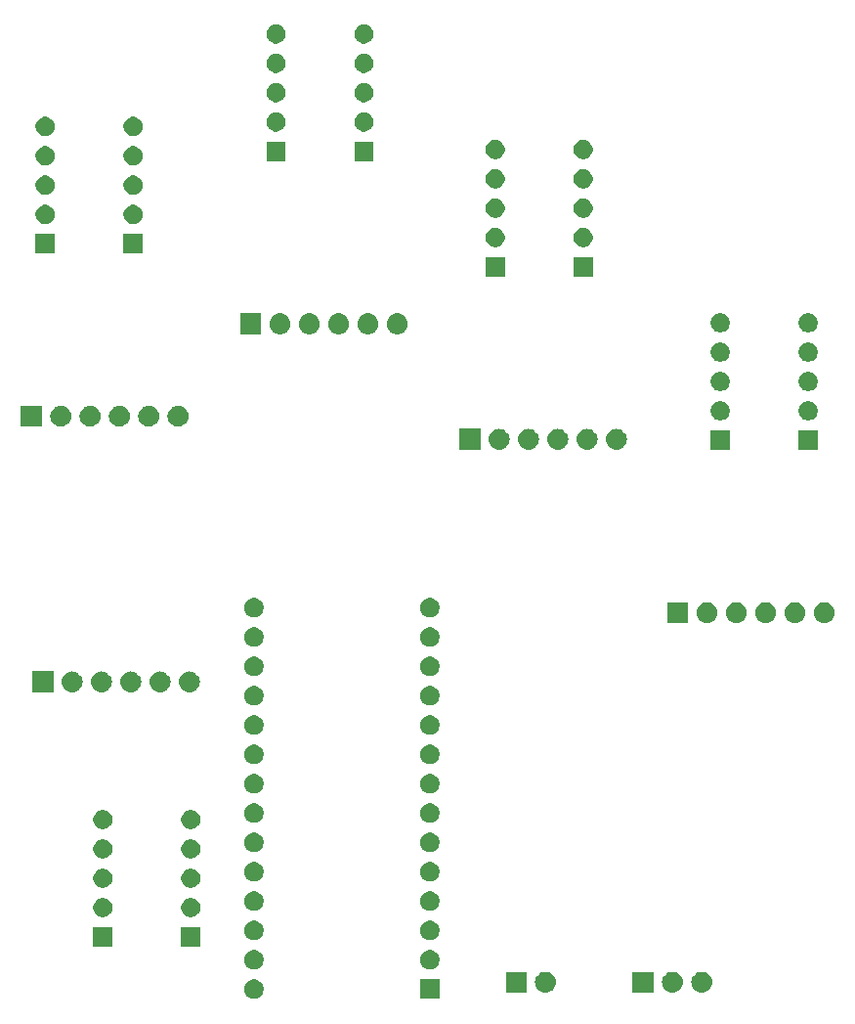
<source format=gbs>
G04 #@! TF.GenerationSoftware,KiCad,Pcbnew,(5.0.2)-1*
G04 #@! TF.CreationDate,2019-03-27T22:14:58+01:00*
G04 #@! TF.ProjectId,DorsalTPMG90,446f7273-616c-4545-904d-4739302e6b69,v01*
G04 #@! TF.SameCoordinates,Original*
G04 #@! TF.FileFunction,Soldermask,Bot*
G04 #@! TF.FilePolarity,Negative*
%FSLAX46Y46*%
G04 Gerber Fmt 4.6, Leading zero omitted, Abs format (unit mm)*
G04 Created by KiCad (PCBNEW (5.0.2)-1) date 27/03/2019 22:14:58*
%MOMM*%
%LPD*%
G01*
G04 APERTURE LIST*
%ADD10C,0.100000*%
G04 APERTURE END LIST*
D10*
G36*
X148871000Y-133961000D02*
X147169000Y-133961000D01*
X147169000Y-132259000D01*
X148871000Y-132259000D01*
X148871000Y-133961000D01*
X148871000Y-133961000D01*
G37*
G36*
X133028228Y-132291703D02*
X133183100Y-132355853D01*
X133322481Y-132448985D01*
X133441015Y-132567519D01*
X133534147Y-132706900D01*
X133598297Y-132861772D01*
X133631000Y-133026184D01*
X133631000Y-133193816D01*
X133598297Y-133358228D01*
X133534147Y-133513100D01*
X133441015Y-133652481D01*
X133322481Y-133771015D01*
X133183100Y-133864147D01*
X133028228Y-133928297D01*
X132863816Y-133961000D01*
X132696184Y-133961000D01*
X132531772Y-133928297D01*
X132376900Y-133864147D01*
X132237519Y-133771015D01*
X132118985Y-133652481D01*
X132025853Y-133513100D01*
X131961703Y-133358228D01*
X131929000Y-133193816D01*
X131929000Y-133026184D01*
X131961703Y-132861772D01*
X132025853Y-132706900D01*
X132118985Y-132567519D01*
X132237519Y-132448985D01*
X132376900Y-132355853D01*
X132531772Y-132291703D01*
X132696184Y-132259000D01*
X132863816Y-132259000D01*
X133028228Y-132291703D01*
X133028228Y-132291703D01*
G37*
G36*
X156401000Y-133401000D02*
X154599000Y-133401000D01*
X154599000Y-131599000D01*
X156401000Y-131599000D01*
X156401000Y-133401000D01*
X156401000Y-133401000D01*
G37*
G36*
X158150442Y-131605518D02*
X158216627Y-131612037D01*
X158329853Y-131646384D01*
X158386467Y-131663557D01*
X158525087Y-131737652D01*
X158542991Y-131747222D01*
X158578729Y-131776552D01*
X158680186Y-131859814D01*
X158763448Y-131961271D01*
X158792778Y-131997009D01*
X158792779Y-131997011D01*
X158876443Y-132153533D01*
X158876443Y-132153534D01*
X158927963Y-132323373D01*
X158945359Y-132500000D01*
X158927963Y-132676627D01*
X158893616Y-132789853D01*
X158876443Y-132846467D01*
X158868262Y-132861772D01*
X158792778Y-133002991D01*
X158773744Y-133026184D01*
X158680186Y-133140186D01*
X158578729Y-133223448D01*
X158542991Y-133252778D01*
X158542989Y-133252779D01*
X158386467Y-133336443D01*
X158329853Y-133353616D01*
X158216627Y-133387963D01*
X158150442Y-133394482D01*
X158084260Y-133401000D01*
X157995740Y-133401000D01*
X157929558Y-133394482D01*
X157863373Y-133387963D01*
X157750147Y-133353616D01*
X157693533Y-133336443D01*
X157537011Y-133252779D01*
X157537009Y-133252778D01*
X157501271Y-133223448D01*
X157399814Y-133140186D01*
X157306256Y-133026184D01*
X157287222Y-133002991D01*
X157211738Y-132861772D01*
X157203557Y-132846467D01*
X157186384Y-132789853D01*
X157152037Y-132676627D01*
X157134641Y-132500000D01*
X157152037Y-132323373D01*
X157203557Y-132153534D01*
X157203557Y-132153533D01*
X157287221Y-131997011D01*
X157287222Y-131997009D01*
X157316552Y-131961271D01*
X157399814Y-131859814D01*
X157501271Y-131776552D01*
X157537009Y-131747222D01*
X157554913Y-131737652D01*
X157693533Y-131663557D01*
X157750147Y-131646384D01*
X157863373Y-131612037D01*
X157929558Y-131605518D01*
X157995740Y-131599000D01*
X158084260Y-131599000D01*
X158150442Y-131605518D01*
X158150442Y-131605518D01*
G37*
G36*
X167401000Y-133401000D02*
X165599000Y-133401000D01*
X165599000Y-131599000D01*
X167401000Y-131599000D01*
X167401000Y-133401000D01*
X167401000Y-133401000D01*
G37*
G36*
X171690442Y-131605518D02*
X171756627Y-131612037D01*
X171869853Y-131646384D01*
X171926467Y-131663557D01*
X172065087Y-131737652D01*
X172082991Y-131747222D01*
X172118729Y-131776552D01*
X172220186Y-131859814D01*
X172303448Y-131961271D01*
X172332778Y-131997009D01*
X172332779Y-131997011D01*
X172416443Y-132153533D01*
X172416443Y-132153534D01*
X172467963Y-132323373D01*
X172485359Y-132500000D01*
X172467963Y-132676627D01*
X172433616Y-132789853D01*
X172416443Y-132846467D01*
X172408262Y-132861772D01*
X172332778Y-133002991D01*
X172313744Y-133026184D01*
X172220186Y-133140186D01*
X172118729Y-133223448D01*
X172082991Y-133252778D01*
X172082989Y-133252779D01*
X171926467Y-133336443D01*
X171869853Y-133353616D01*
X171756627Y-133387963D01*
X171690442Y-133394482D01*
X171624260Y-133401000D01*
X171535740Y-133401000D01*
X171469558Y-133394482D01*
X171403373Y-133387963D01*
X171290147Y-133353616D01*
X171233533Y-133336443D01*
X171077011Y-133252779D01*
X171077009Y-133252778D01*
X171041271Y-133223448D01*
X170939814Y-133140186D01*
X170846256Y-133026184D01*
X170827222Y-133002991D01*
X170751738Y-132861772D01*
X170743557Y-132846467D01*
X170726384Y-132789853D01*
X170692037Y-132676627D01*
X170674641Y-132500000D01*
X170692037Y-132323373D01*
X170743557Y-132153534D01*
X170743557Y-132153533D01*
X170827221Y-131997011D01*
X170827222Y-131997009D01*
X170856552Y-131961271D01*
X170939814Y-131859814D01*
X171041271Y-131776552D01*
X171077009Y-131747222D01*
X171094913Y-131737652D01*
X171233533Y-131663557D01*
X171290147Y-131646384D01*
X171403373Y-131612037D01*
X171469558Y-131605518D01*
X171535740Y-131599000D01*
X171624260Y-131599000D01*
X171690442Y-131605518D01*
X171690442Y-131605518D01*
G37*
G36*
X169150442Y-131605518D02*
X169216627Y-131612037D01*
X169329853Y-131646384D01*
X169386467Y-131663557D01*
X169525087Y-131737652D01*
X169542991Y-131747222D01*
X169578729Y-131776552D01*
X169680186Y-131859814D01*
X169763448Y-131961271D01*
X169792778Y-131997009D01*
X169792779Y-131997011D01*
X169876443Y-132153533D01*
X169876443Y-132153534D01*
X169927963Y-132323373D01*
X169945359Y-132500000D01*
X169927963Y-132676627D01*
X169893616Y-132789853D01*
X169876443Y-132846467D01*
X169868262Y-132861772D01*
X169792778Y-133002991D01*
X169773744Y-133026184D01*
X169680186Y-133140186D01*
X169578729Y-133223448D01*
X169542991Y-133252778D01*
X169542989Y-133252779D01*
X169386467Y-133336443D01*
X169329853Y-133353616D01*
X169216627Y-133387963D01*
X169150442Y-133394482D01*
X169084260Y-133401000D01*
X168995740Y-133401000D01*
X168929558Y-133394482D01*
X168863373Y-133387963D01*
X168750147Y-133353616D01*
X168693533Y-133336443D01*
X168537011Y-133252779D01*
X168537009Y-133252778D01*
X168501271Y-133223448D01*
X168399814Y-133140186D01*
X168306256Y-133026184D01*
X168287222Y-133002991D01*
X168211738Y-132861772D01*
X168203557Y-132846467D01*
X168186384Y-132789853D01*
X168152037Y-132676627D01*
X168134641Y-132500000D01*
X168152037Y-132323373D01*
X168203557Y-132153534D01*
X168203557Y-132153533D01*
X168287221Y-131997011D01*
X168287222Y-131997009D01*
X168316552Y-131961271D01*
X168399814Y-131859814D01*
X168501271Y-131776552D01*
X168537009Y-131747222D01*
X168554913Y-131737652D01*
X168693533Y-131663557D01*
X168750147Y-131646384D01*
X168863373Y-131612037D01*
X168929558Y-131605518D01*
X168995740Y-131599000D01*
X169084260Y-131599000D01*
X169150442Y-131605518D01*
X169150442Y-131605518D01*
G37*
G36*
X133028228Y-129751703D02*
X133183100Y-129815853D01*
X133322481Y-129908985D01*
X133441015Y-130027519D01*
X133534147Y-130166900D01*
X133598297Y-130321772D01*
X133631000Y-130486184D01*
X133631000Y-130653816D01*
X133598297Y-130818228D01*
X133534147Y-130973100D01*
X133441015Y-131112481D01*
X133322481Y-131231015D01*
X133183100Y-131324147D01*
X133028228Y-131388297D01*
X132863816Y-131421000D01*
X132696184Y-131421000D01*
X132531772Y-131388297D01*
X132376900Y-131324147D01*
X132237519Y-131231015D01*
X132118985Y-131112481D01*
X132025853Y-130973100D01*
X131961703Y-130818228D01*
X131929000Y-130653816D01*
X131929000Y-130486184D01*
X131961703Y-130321772D01*
X132025853Y-130166900D01*
X132118985Y-130027519D01*
X132237519Y-129908985D01*
X132376900Y-129815853D01*
X132531772Y-129751703D01*
X132696184Y-129719000D01*
X132863816Y-129719000D01*
X133028228Y-129751703D01*
X133028228Y-129751703D01*
G37*
G36*
X148268228Y-129751703D02*
X148423100Y-129815853D01*
X148562481Y-129908985D01*
X148681015Y-130027519D01*
X148774147Y-130166900D01*
X148838297Y-130321772D01*
X148871000Y-130486184D01*
X148871000Y-130653816D01*
X148838297Y-130818228D01*
X148774147Y-130973100D01*
X148681015Y-131112481D01*
X148562481Y-131231015D01*
X148423100Y-131324147D01*
X148268228Y-131388297D01*
X148103816Y-131421000D01*
X147936184Y-131421000D01*
X147771772Y-131388297D01*
X147616900Y-131324147D01*
X147477519Y-131231015D01*
X147358985Y-131112481D01*
X147265853Y-130973100D01*
X147201703Y-130818228D01*
X147169000Y-130653816D01*
X147169000Y-130486184D01*
X147201703Y-130321772D01*
X147265853Y-130166900D01*
X147358985Y-130027519D01*
X147477519Y-129908985D01*
X147616900Y-129815853D01*
X147771772Y-129751703D01*
X147936184Y-129719000D01*
X148103816Y-129719000D01*
X148268228Y-129751703D01*
X148268228Y-129751703D01*
G37*
G36*
X120516000Y-129406000D02*
X118864000Y-129406000D01*
X118864000Y-127754000D01*
X120516000Y-127754000D01*
X120516000Y-129406000D01*
X120516000Y-129406000D01*
G37*
G36*
X128136000Y-129406000D02*
X126484000Y-129406000D01*
X126484000Y-127754000D01*
X128136000Y-127754000D01*
X128136000Y-129406000D01*
X128136000Y-129406000D01*
G37*
G36*
X148268228Y-127211703D02*
X148423100Y-127275853D01*
X148562481Y-127368985D01*
X148681015Y-127487519D01*
X148774147Y-127626900D01*
X148838297Y-127781772D01*
X148871000Y-127946184D01*
X148871000Y-128113816D01*
X148838297Y-128278228D01*
X148774147Y-128433100D01*
X148681015Y-128572481D01*
X148562481Y-128691015D01*
X148423100Y-128784147D01*
X148268228Y-128848297D01*
X148103816Y-128881000D01*
X147936184Y-128881000D01*
X147771772Y-128848297D01*
X147616900Y-128784147D01*
X147477519Y-128691015D01*
X147358985Y-128572481D01*
X147265853Y-128433100D01*
X147201703Y-128278228D01*
X147169000Y-128113816D01*
X147169000Y-127946184D01*
X147201703Y-127781772D01*
X147265853Y-127626900D01*
X147358985Y-127487519D01*
X147477519Y-127368985D01*
X147616900Y-127275853D01*
X147771772Y-127211703D01*
X147936184Y-127179000D01*
X148103816Y-127179000D01*
X148268228Y-127211703D01*
X148268228Y-127211703D01*
G37*
G36*
X133028228Y-127211703D02*
X133183100Y-127275853D01*
X133322481Y-127368985D01*
X133441015Y-127487519D01*
X133534147Y-127626900D01*
X133598297Y-127781772D01*
X133631000Y-127946184D01*
X133631000Y-128113816D01*
X133598297Y-128278228D01*
X133534147Y-128433100D01*
X133441015Y-128572481D01*
X133322481Y-128691015D01*
X133183100Y-128784147D01*
X133028228Y-128848297D01*
X132863816Y-128881000D01*
X132696184Y-128881000D01*
X132531772Y-128848297D01*
X132376900Y-128784147D01*
X132237519Y-128691015D01*
X132118985Y-128572481D01*
X132025853Y-128433100D01*
X131961703Y-128278228D01*
X131929000Y-128113816D01*
X131929000Y-127946184D01*
X131961703Y-127781772D01*
X132025853Y-127626900D01*
X132118985Y-127487519D01*
X132237519Y-127368985D01*
X132376900Y-127275853D01*
X132531772Y-127211703D01*
X132696184Y-127179000D01*
X132863816Y-127179000D01*
X133028228Y-127211703D01*
X133028228Y-127211703D01*
G37*
G36*
X127550935Y-125245742D02*
X127701258Y-125308008D01*
X127836545Y-125398404D01*
X127951596Y-125513455D01*
X128041992Y-125648742D01*
X128104258Y-125799065D01*
X128136000Y-125958646D01*
X128136000Y-126121354D01*
X128104258Y-126280935D01*
X128041992Y-126431258D01*
X127951596Y-126566545D01*
X127836545Y-126681596D01*
X127701258Y-126771992D01*
X127550935Y-126834258D01*
X127391354Y-126866000D01*
X127228646Y-126866000D01*
X127069065Y-126834258D01*
X126918742Y-126771992D01*
X126783455Y-126681596D01*
X126668404Y-126566545D01*
X126578008Y-126431258D01*
X126515742Y-126280935D01*
X126484000Y-126121354D01*
X126484000Y-125958646D01*
X126515742Y-125799065D01*
X126578008Y-125648742D01*
X126668404Y-125513455D01*
X126783455Y-125398404D01*
X126918742Y-125308008D01*
X127069065Y-125245742D01*
X127228646Y-125214000D01*
X127391354Y-125214000D01*
X127550935Y-125245742D01*
X127550935Y-125245742D01*
G37*
G36*
X119930935Y-125245742D02*
X120081258Y-125308008D01*
X120216545Y-125398404D01*
X120331596Y-125513455D01*
X120421992Y-125648742D01*
X120484258Y-125799065D01*
X120516000Y-125958646D01*
X120516000Y-126121354D01*
X120484258Y-126280935D01*
X120421992Y-126431258D01*
X120331596Y-126566545D01*
X120216545Y-126681596D01*
X120081258Y-126771992D01*
X119930935Y-126834258D01*
X119771354Y-126866000D01*
X119608646Y-126866000D01*
X119449065Y-126834258D01*
X119298742Y-126771992D01*
X119163455Y-126681596D01*
X119048404Y-126566545D01*
X118958008Y-126431258D01*
X118895742Y-126280935D01*
X118864000Y-126121354D01*
X118864000Y-125958646D01*
X118895742Y-125799065D01*
X118958008Y-125648742D01*
X119048404Y-125513455D01*
X119163455Y-125398404D01*
X119298742Y-125308008D01*
X119449065Y-125245742D01*
X119608646Y-125214000D01*
X119771354Y-125214000D01*
X119930935Y-125245742D01*
X119930935Y-125245742D01*
G37*
G36*
X148268228Y-124671703D02*
X148423100Y-124735853D01*
X148562481Y-124828985D01*
X148681015Y-124947519D01*
X148774147Y-125086900D01*
X148838297Y-125241772D01*
X148871000Y-125406184D01*
X148871000Y-125573816D01*
X148838297Y-125738228D01*
X148774147Y-125893100D01*
X148681015Y-126032481D01*
X148562481Y-126151015D01*
X148423100Y-126244147D01*
X148268228Y-126308297D01*
X148103816Y-126341000D01*
X147936184Y-126341000D01*
X147771772Y-126308297D01*
X147616900Y-126244147D01*
X147477519Y-126151015D01*
X147358985Y-126032481D01*
X147265853Y-125893100D01*
X147201703Y-125738228D01*
X147169000Y-125573816D01*
X147169000Y-125406184D01*
X147201703Y-125241772D01*
X147265853Y-125086900D01*
X147358985Y-124947519D01*
X147477519Y-124828985D01*
X147616900Y-124735853D01*
X147771772Y-124671703D01*
X147936184Y-124639000D01*
X148103816Y-124639000D01*
X148268228Y-124671703D01*
X148268228Y-124671703D01*
G37*
G36*
X133028228Y-124671703D02*
X133183100Y-124735853D01*
X133322481Y-124828985D01*
X133441015Y-124947519D01*
X133534147Y-125086900D01*
X133598297Y-125241772D01*
X133631000Y-125406184D01*
X133631000Y-125573816D01*
X133598297Y-125738228D01*
X133534147Y-125893100D01*
X133441015Y-126032481D01*
X133322481Y-126151015D01*
X133183100Y-126244147D01*
X133028228Y-126308297D01*
X132863816Y-126341000D01*
X132696184Y-126341000D01*
X132531772Y-126308297D01*
X132376900Y-126244147D01*
X132237519Y-126151015D01*
X132118985Y-126032481D01*
X132025853Y-125893100D01*
X131961703Y-125738228D01*
X131929000Y-125573816D01*
X131929000Y-125406184D01*
X131961703Y-125241772D01*
X132025853Y-125086900D01*
X132118985Y-124947519D01*
X132237519Y-124828985D01*
X132376900Y-124735853D01*
X132531772Y-124671703D01*
X132696184Y-124639000D01*
X132863816Y-124639000D01*
X133028228Y-124671703D01*
X133028228Y-124671703D01*
G37*
G36*
X127550935Y-122705742D02*
X127701258Y-122768008D01*
X127836545Y-122858404D01*
X127951596Y-122973455D01*
X128041992Y-123108742D01*
X128104258Y-123259065D01*
X128136000Y-123418646D01*
X128136000Y-123581354D01*
X128104258Y-123740935D01*
X128041992Y-123891258D01*
X127951596Y-124026545D01*
X127836545Y-124141596D01*
X127701258Y-124231992D01*
X127550935Y-124294258D01*
X127391354Y-124326000D01*
X127228646Y-124326000D01*
X127069065Y-124294258D01*
X126918742Y-124231992D01*
X126783455Y-124141596D01*
X126668404Y-124026545D01*
X126578008Y-123891258D01*
X126515742Y-123740935D01*
X126484000Y-123581354D01*
X126484000Y-123418646D01*
X126515742Y-123259065D01*
X126578008Y-123108742D01*
X126668404Y-122973455D01*
X126783455Y-122858404D01*
X126918742Y-122768008D01*
X127069065Y-122705742D01*
X127228646Y-122674000D01*
X127391354Y-122674000D01*
X127550935Y-122705742D01*
X127550935Y-122705742D01*
G37*
G36*
X119930935Y-122705742D02*
X120081258Y-122768008D01*
X120216545Y-122858404D01*
X120331596Y-122973455D01*
X120421992Y-123108742D01*
X120484258Y-123259065D01*
X120516000Y-123418646D01*
X120516000Y-123581354D01*
X120484258Y-123740935D01*
X120421992Y-123891258D01*
X120331596Y-124026545D01*
X120216545Y-124141596D01*
X120081258Y-124231992D01*
X119930935Y-124294258D01*
X119771354Y-124326000D01*
X119608646Y-124326000D01*
X119449065Y-124294258D01*
X119298742Y-124231992D01*
X119163455Y-124141596D01*
X119048404Y-124026545D01*
X118958008Y-123891258D01*
X118895742Y-123740935D01*
X118864000Y-123581354D01*
X118864000Y-123418646D01*
X118895742Y-123259065D01*
X118958008Y-123108742D01*
X119048404Y-122973455D01*
X119163455Y-122858404D01*
X119298742Y-122768008D01*
X119449065Y-122705742D01*
X119608646Y-122674000D01*
X119771354Y-122674000D01*
X119930935Y-122705742D01*
X119930935Y-122705742D01*
G37*
G36*
X133028228Y-122131703D02*
X133183100Y-122195853D01*
X133322481Y-122288985D01*
X133441015Y-122407519D01*
X133534147Y-122546900D01*
X133598297Y-122701772D01*
X133631000Y-122866184D01*
X133631000Y-123033816D01*
X133598297Y-123198228D01*
X133534147Y-123353100D01*
X133441015Y-123492481D01*
X133322481Y-123611015D01*
X133183100Y-123704147D01*
X133028228Y-123768297D01*
X132863816Y-123801000D01*
X132696184Y-123801000D01*
X132531772Y-123768297D01*
X132376900Y-123704147D01*
X132237519Y-123611015D01*
X132118985Y-123492481D01*
X132025853Y-123353100D01*
X131961703Y-123198228D01*
X131929000Y-123033816D01*
X131929000Y-122866184D01*
X131961703Y-122701772D01*
X132025853Y-122546900D01*
X132118985Y-122407519D01*
X132237519Y-122288985D01*
X132376900Y-122195853D01*
X132531772Y-122131703D01*
X132696184Y-122099000D01*
X132863816Y-122099000D01*
X133028228Y-122131703D01*
X133028228Y-122131703D01*
G37*
G36*
X148268228Y-122131703D02*
X148423100Y-122195853D01*
X148562481Y-122288985D01*
X148681015Y-122407519D01*
X148774147Y-122546900D01*
X148838297Y-122701772D01*
X148871000Y-122866184D01*
X148871000Y-123033816D01*
X148838297Y-123198228D01*
X148774147Y-123353100D01*
X148681015Y-123492481D01*
X148562481Y-123611015D01*
X148423100Y-123704147D01*
X148268228Y-123768297D01*
X148103816Y-123801000D01*
X147936184Y-123801000D01*
X147771772Y-123768297D01*
X147616900Y-123704147D01*
X147477519Y-123611015D01*
X147358985Y-123492481D01*
X147265853Y-123353100D01*
X147201703Y-123198228D01*
X147169000Y-123033816D01*
X147169000Y-122866184D01*
X147201703Y-122701772D01*
X147265853Y-122546900D01*
X147358985Y-122407519D01*
X147477519Y-122288985D01*
X147616900Y-122195853D01*
X147771772Y-122131703D01*
X147936184Y-122099000D01*
X148103816Y-122099000D01*
X148268228Y-122131703D01*
X148268228Y-122131703D01*
G37*
G36*
X119930935Y-120165742D02*
X120081258Y-120228008D01*
X120216545Y-120318404D01*
X120331596Y-120433455D01*
X120421992Y-120568742D01*
X120484258Y-120719065D01*
X120516000Y-120878646D01*
X120516000Y-121041354D01*
X120484258Y-121200935D01*
X120421992Y-121351258D01*
X120331596Y-121486545D01*
X120216545Y-121601596D01*
X120081258Y-121691992D01*
X119930935Y-121754258D01*
X119771354Y-121786000D01*
X119608646Y-121786000D01*
X119449065Y-121754258D01*
X119298742Y-121691992D01*
X119163455Y-121601596D01*
X119048404Y-121486545D01*
X118958008Y-121351258D01*
X118895742Y-121200935D01*
X118864000Y-121041354D01*
X118864000Y-120878646D01*
X118895742Y-120719065D01*
X118958008Y-120568742D01*
X119048404Y-120433455D01*
X119163455Y-120318404D01*
X119298742Y-120228008D01*
X119449065Y-120165742D01*
X119608646Y-120134000D01*
X119771354Y-120134000D01*
X119930935Y-120165742D01*
X119930935Y-120165742D01*
G37*
G36*
X127550935Y-120165742D02*
X127701258Y-120228008D01*
X127836545Y-120318404D01*
X127951596Y-120433455D01*
X128041992Y-120568742D01*
X128104258Y-120719065D01*
X128136000Y-120878646D01*
X128136000Y-121041354D01*
X128104258Y-121200935D01*
X128041992Y-121351258D01*
X127951596Y-121486545D01*
X127836545Y-121601596D01*
X127701258Y-121691992D01*
X127550935Y-121754258D01*
X127391354Y-121786000D01*
X127228646Y-121786000D01*
X127069065Y-121754258D01*
X126918742Y-121691992D01*
X126783455Y-121601596D01*
X126668404Y-121486545D01*
X126578008Y-121351258D01*
X126515742Y-121200935D01*
X126484000Y-121041354D01*
X126484000Y-120878646D01*
X126515742Y-120719065D01*
X126578008Y-120568742D01*
X126668404Y-120433455D01*
X126783455Y-120318404D01*
X126918742Y-120228008D01*
X127069065Y-120165742D01*
X127228646Y-120134000D01*
X127391354Y-120134000D01*
X127550935Y-120165742D01*
X127550935Y-120165742D01*
G37*
G36*
X133028228Y-119591703D02*
X133183100Y-119655853D01*
X133322481Y-119748985D01*
X133441015Y-119867519D01*
X133534147Y-120006900D01*
X133598297Y-120161772D01*
X133631000Y-120326184D01*
X133631000Y-120493816D01*
X133598297Y-120658228D01*
X133534147Y-120813100D01*
X133441015Y-120952481D01*
X133322481Y-121071015D01*
X133183100Y-121164147D01*
X133028228Y-121228297D01*
X132863816Y-121261000D01*
X132696184Y-121261000D01*
X132531772Y-121228297D01*
X132376900Y-121164147D01*
X132237519Y-121071015D01*
X132118985Y-120952481D01*
X132025853Y-120813100D01*
X131961703Y-120658228D01*
X131929000Y-120493816D01*
X131929000Y-120326184D01*
X131961703Y-120161772D01*
X132025853Y-120006900D01*
X132118985Y-119867519D01*
X132237519Y-119748985D01*
X132376900Y-119655853D01*
X132531772Y-119591703D01*
X132696184Y-119559000D01*
X132863816Y-119559000D01*
X133028228Y-119591703D01*
X133028228Y-119591703D01*
G37*
G36*
X148268228Y-119591703D02*
X148423100Y-119655853D01*
X148562481Y-119748985D01*
X148681015Y-119867519D01*
X148774147Y-120006900D01*
X148838297Y-120161772D01*
X148871000Y-120326184D01*
X148871000Y-120493816D01*
X148838297Y-120658228D01*
X148774147Y-120813100D01*
X148681015Y-120952481D01*
X148562481Y-121071015D01*
X148423100Y-121164147D01*
X148268228Y-121228297D01*
X148103816Y-121261000D01*
X147936184Y-121261000D01*
X147771772Y-121228297D01*
X147616900Y-121164147D01*
X147477519Y-121071015D01*
X147358985Y-120952481D01*
X147265853Y-120813100D01*
X147201703Y-120658228D01*
X147169000Y-120493816D01*
X147169000Y-120326184D01*
X147201703Y-120161772D01*
X147265853Y-120006900D01*
X147358985Y-119867519D01*
X147477519Y-119748985D01*
X147616900Y-119655853D01*
X147771772Y-119591703D01*
X147936184Y-119559000D01*
X148103816Y-119559000D01*
X148268228Y-119591703D01*
X148268228Y-119591703D01*
G37*
G36*
X127550935Y-117625742D02*
X127701258Y-117688008D01*
X127836545Y-117778404D01*
X127951596Y-117893455D01*
X128041992Y-118028742D01*
X128104258Y-118179065D01*
X128136000Y-118338646D01*
X128136000Y-118501354D01*
X128104258Y-118660935D01*
X128041992Y-118811258D01*
X127951596Y-118946545D01*
X127836545Y-119061596D01*
X127701258Y-119151992D01*
X127550935Y-119214258D01*
X127391354Y-119246000D01*
X127228646Y-119246000D01*
X127069065Y-119214258D01*
X126918742Y-119151992D01*
X126783455Y-119061596D01*
X126668404Y-118946545D01*
X126578008Y-118811258D01*
X126515742Y-118660935D01*
X126484000Y-118501354D01*
X126484000Y-118338646D01*
X126515742Y-118179065D01*
X126578008Y-118028742D01*
X126668404Y-117893455D01*
X126783455Y-117778404D01*
X126918742Y-117688008D01*
X127069065Y-117625742D01*
X127228646Y-117594000D01*
X127391354Y-117594000D01*
X127550935Y-117625742D01*
X127550935Y-117625742D01*
G37*
G36*
X119930935Y-117625742D02*
X120081258Y-117688008D01*
X120216545Y-117778404D01*
X120331596Y-117893455D01*
X120421992Y-118028742D01*
X120484258Y-118179065D01*
X120516000Y-118338646D01*
X120516000Y-118501354D01*
X120484258Y-118660935D01*
X120421992Y-118811258D01*
X120331596Y-118946545D01*
X120216545Y-119061596D01*
X120081258Y-119151992D01*
X119930935Y-119214258D01*
X119771354Y-119246000D01*
X119608646Y-119246000D01*
X119449065Y-119214258D01*
X119298742Y-119151992D01*
X119163455Y-119061596D01*
X119048404Y-118946545D01*
X118958008Y-118811258D01*
X118895742Y-118660935D01*
X118864000Y-118501354D01*
X118864000Y-118338646D01*
X118895742Y-118179065D01*
X118958008Y-118028742D01*
X119048404Y-117893455D01*
X119163455Y-117778404D01*
X119298742Y-117688008D01*
X119449065Y-117625742D01*
X119608646Y-117594000D01*
X119771354Y-117594000D01*
X119930935Y-117625742D01*
X119930935Y-117625742D01*
G37*
G36*
X148268228Y-117051703D02*
X148423100Y-117115853D01*
X148562481Y-117208985D01*
X148681015Y-117327519D01*
X148774147Y-117466900D01*
X148838297Y-117621772D01*
X148871000Y-117786184D01*
X148871000Y-117953816D01*
X148838297Y-118118228D01*
X148774147Y-118273100D01*
X148681015Y-118412481D01*
X148562481Y-118531015D01*
X148423100Y-118624147D01*
X148268228Y-118688297D01*
X148103816Y-118721000D01*
X147936184Y-118721000D01*
X147771772Y-118688297D01*
X147616900Y-118624147D01*
X147477519Y-118531015D01*
X147358985Y-118412481D01*
X147265853Y-118273100D01*
X147201703Y-118118228D01*
X147169000Y-117953816D01*
X147169000Y-117786184D01*
X147201703Y-117621772D01*
X147265853Y-117466900D01*
X147358985Y-117327519D01*
X147477519Y-117208985D01*
X147616900Y-117115853D01*
X147771772Y-117051703D01*
X147936184Y-117019000D01*
X148103816Y-117019000D01*
X148268228Y-117051703D01*
X148268228Y-117051703D01*
G37*
G36*
X133028228Y-117051703D02*
X133183100Y-117115853D01*
X133322481Y-117208985D01*
X133441015Y-117327519D01*
X133534147Y-117466900D01*
X133598297Y-117621772D01*
X133631000Y-117786184D01*
X133631000Y-117953816D01*
X133598297Y-118118228D01*
X133534147Y-118273100D01*
X133441015Y-118412481D01*
X133322481Y-118531015D01*
X133183100Y-118624147D01*
X133028228Y-118688297D01*
X132863816Y-118721000D01*
X132696184Y-118721000D01*
X132531772Y-118688297D01*
X132376900Y-118624147D01*
X132237519Y-118531015D01*
X132118985Y-118412481D01*
X132025853Y-118273100D01*
X131961703Y-118118228D01*
X131929000Y-117953816D01*
X131929000Y-117786184D01*
X131961703Y-117621772D01*
X132025853Y-117466900D01*
X132118985Y-117327519D01*
X132237519Y-117208985D01*
X132376900Y-117115853D01*
X132531772Y-117051703D01*
X132696184Y-117019000D01*
X132863816Y-117019000D01*
X133028228Y-117051703D01*
X133028228Y-117051703D01*
G37*
G36*
X148268228Y-114511703D02*
X148423100Y-114575853D01*
X148562481Y-114668985D01*
X148681015Y-114787519D01*
X148774147Y-114926900D01*
X148838297Y-115081772D01*
X148871000Y-115246184D01*
X148871000Y-115413816D01*
X148838297Y-115578228D01*
X148774147Y-115733100D01*
X148681015Y-115872481D01*
X148562481Y-115991015D01*
X148423100Y-116084147D01*
X148268228Y-116148297D01*
X148103816Y-116181000D01*
X147936184Y-116181000D01*
X147771772Y-116148297D01*
X147616900Y-116084147D01*
X147477519Y-115991015D01*
X147358985Y-115872481D01*
X147265853Y-115733100D01*
X147201703Y-115578228D01*
X147169000Y-115413816D01*
X147169000Y-115246184D01*
X147201703Y-115081772D01*
X147265853Y-114926900D01*
X147358985Y-114787519D01*
X147477519Y-114668985D01*
X147616900Y-114575853D01*
X147771772Y-114511703D01*
X147936184Y-114479000D01*
X148103816Y-114479000D01*
X148268228Y-114511703D01*
X148268228Y-114511703D01*
G37*
G36*
X133028228Y-114511703D02*
X133183100Y-114575853D01*
X133322481Y-114668985D01*
X133441015Y-114787519D01*
X133534147Y-114926900D01*
X133598297Y-115081772D01*
X133631000Y-115246184D01*
X133631000Y-115413816D01*
X133598297Y-115578228D01*
X133534147Y-115733100D01*
X133441015Y-115872481D01*
X133322481Y-115991015D01*
X133183100Y-116084147D01*
X133028228Y-116148297D01*
X132863816Y-116181000D01*
X132696184Y-116181000D01*
X132531772Y-116148297D01*
X132376900Y-116084147D01*
X132237519Y-115991015D01*
X132118985Y-115872481D01*
X132025853Y-115733100D01*
X131961703Y-115578228D01*
X131929000Y-115413816D01*
X131929000Y-115246184D01*
X131961703Y-115081772D01*
X132025853Y-114926900D01*
X132118985Y-114787519D01*
X132237519Y-114668985D01*
X132376900Y-114575853D01*
X132531772Y-114511703D01*
X132696184Y-114479000D01*
X132863816Y-114479000D01*
X133028228Y-114511703D01*
X133028228Y-114511703D01*
G37*
G36*
X148268228Y-111971703D02*
X148423100Y-112035853D01*
X148562481Y-112128985D01*
X148681015Y-112247519D01*
X148774147Y-112386900D01*
X148838297Y-112541772D01*
X148871000Y-112706184D01*
X148871000Y-112873816D01*
X148838297Y-113038228D01*
X148774147Y-113193100D01*
X148681015Y-113332481D01*
X148562481Y-113451015D01*
X148423100Y-113544147D01*
X148268228Y-113608297D01*
X148103816Y-113641000D01*
X147936184Y-113641000D01*
X147771772Y-113608297D01*
X147616900Y-113544147D01*
X147477519Y-113451015D01*
X147358985Y-113332481D01*
X147265853Y-113193100D01*
X147201703Y-113038228D01*
X147169000Y-112873816D01*
X147169000Y-112706184D01*
X147201703Y-112541772D01*
X147265853Y-112386900D01*
X147358985Y-112247519D01*
X147477519Y-112128985D01*
X147616900Y-112035853D01*
X147771772Y-111971703D01*
X147936184Y-111939000D01*
X148103816Y-111939000D01*
X148268228Y-111971703D01*
X148268228Y-111971703D01*
G37*
G36*
X133028228Y-111971703D02*
X133183100Y-112035853D01*
X133322481Y-112128985D01*
X133441015Y-112247519D01*
X133534147Y-112386900D01*
X133598297Y-112541772D01*
X133631000Y-112706184D01*
X133631000Y-112873816D01*
X133598297Y-113038228D01*
X133534147Y-113193100D01*
X133441015Y-113332481D01*
X133322481Y-113451015D01*
X133183100Y-113544147D01*
X133028228Y-113608297D01*
X132863816Y-113641000D01*
X132696184Y-113641000D01*
X132531772Y-113608297D01*
X132376900Y-113544147D01*
X132237519Y-113451015D01*
X132118985Y-113332481D01*
X132025853Y-113193100D01*
X131961703Y-113038228D01*
X131929000Y-112873816D01*
X131929000Y-112706184D01*
X131961703Y-112541772D01*
X132025853Y-112386900D01*
X132118985Y-112247519D01*
X132237519Y-112128985D01*
X132376900Y-112035853D01*
X132531772Y-111971703D01*
X132696184Y-111939000D01*
X132863816Y-111939000D01*
X133028228Y-111971703D01*
X133028228Y-111971703D01*
G37*
G36*
X148268228Y-109431703D02*
X148423100Y-109495853D01*
X148562481Y-109588985D01*
X148681015Y-109707519D01*
X148774147Y-109846900D01*
X148838297Y-110001772D01*
X148871000Y-110166184D01*
X148871000Y-110333816D01*
X148838297Y-110498228D01*
X148774147Y-110653100D01*
X148681015Y-110792481D01*
X148562481Y-110911015D01*
X148423100Y-111004147D01*
X148268228Y-111068297D01*
X148103816Y-111101000D01*
X147936184Y-111101000D01*
X147771772Y-111068297D01*
X147616900Y-111004147D01*
X147477519Y-110911015D01*
X147358985Y-110792481D01*
X147265853Y-110653100D01*
X147201703Y-110498228D01*
X147169000Y-110333816D01*
X147169000Y-110166184D01*
X147201703Y-110001772D01*
X147265853Y-109846900D01*
X147358985Y-109707519D01*
X147477519Y-109588985D01*
X147616900Y-109495853D01*
X147771772Y-109431703D01*
X147936184Y-109399000D01*
X148103816Y-109399000D01*
X148268228Y-109431703D01*
X148268228Y-109431703D01*
G37*
G36*
X133028228Y-109431703D02*
X133183100Y-109495853D01*
X133322481Y-109588985D01*
X133441015Y-109707519D01*
X133534147Y-109846900D01*
X133598297Y-110001772D01*
X133631000Y-110166184D01*
X133631000Y-110333816D01*
X133598297Y-110498228D01*
X133534147Y-110653100D01*
X133441015Y-110792481D01*
X133322481Y-110911015D01*
X133183100Y-111004147D01*
X133028228Y-111068297D01*
X132863816Y-111101000D01*
X132696184Y-111101000D01*
X132531772Y-111068297D01*
X132376900Y-111004147D01*
X132237519Y-110911015D01*
X132118985Y-110792481D01*
X132025853Y-110653100D01*
X131961703Y-110498228D01*
X131929000Y-110333816D01*
X131929000Y-110166184D01*
X131961703Y-110001772D01*
X132025853Y-109846900D01*
X132118985Y-109707519D01*
X132237519Y-109588985D01*
X132376900Y-109495853D01*
X132531772Y-109431703D01*
X132696184Y-109399000D01*
X132863816Y-109399000D01*
X133028228Y-109431703D01*
X133028228Y-109431703D01*
G37*
G36*
X133028228Y-106891703D02*
X133183100Y-106955853D01*
X133322481Y-107048985D01*
X133441015Y-107167519D01*
X133534147Y-107306900D01*
X133598297Y-107461772D01*
X133631000Y-107626184D01*
X133631000Y-107793816D01*
X133598297Y-107958228D01*
X133534147Y-108113100D01*
X133441015Y-108252481D01*
X133322481Y-108371015D01*
X133183100Y-108464147D01*
X133028228Y-108528297D01*
X132863816Y-108561000D01*
X132696184Y-108561000D01*
X132531772Y-108528297D01*
X132376900Y-108464147D01*
X132237519Y-108371015D01*
X132118985Y-108252481D01*
X132025853Y-108113100D01*
X131961703Y-107958228D01*
X131929000Y-107793816D01*
X131929000Y-107626184D01*
X131961703Y-107461772D01*
X132025853Y-107306900D01*
X132118985Y-107167519D01*
X132237519Y-107048985D01*
X132376900Y-106955853D01*
X132531772Y-106891703D01*
X132696184Y-106859000D01*
X132863816Y-106859000D01*
X133028228Y-106891703D01*
X133028228Y-106891703D01*
G37*
G36*
X148268228Y-106891703D02*
X148423100Y-106955853D01*
X148562481Y-107048985D01*
X148681015Y-107167519D01*
X148774147Y-107306900D01*
X148838297Y-107461772D01*
X148871000Y-107626184D01*
X148871000Y-107793816D01*
X148838297Y-107958228D01*
X148774147Y-108113100D01*
X148681015Y-108252481D01*
X148562481Y-108371015D01*
X148423100Y-108464147D01*
X148268228Y-108528297D01*
X148103816Y-108561000D01*
X147936184Y-108561000D01*
X147771772Y-108528297D01*
X147616900Y-108464147D01*
X147477519Y-108371015D01*
X147358985Y-108252481D01*
X147265853Y-108113100D01*
X147201703Y-107958228D01*
X147169000Y-107793816D01*
X147169000Y-107626184D01*
X147201703Y-107461772D01*
X147265853Y-107306900D01*
X147358985Y-107167519D01*
X147477519Y-107048985D01*
X147616900Y-106955853D01*
X147771772Y-106891703D01*
X147936184Y-106859000D01*
X148103816Y-106859000D01*
X148268228Y-106891703D01*
X148268228Y-106891703D01*
G37*
G36*
X119690442Y-105605518D02*
X119756627Y-105612037D01*
X119869853Y-105646384D01*
X119926467Y-105663557D01*
X120017996Y-105712481D01*
X120082991Y-105747222D01*
X120118729Y-105776552D01*
X120220186Y-105859814D01*
X120303448Y-105961271D01*
X120332778Y-105997009D01*
X120332779Y-105997011D01*
X120416443Y-106153533D01*
X120416443Y-106153534D01*
X120467963Y-106323373D01*
X120485359Y-106500000D01*
X120467963Y-106676627D01*
X120433616Y-106789853D01*
X120416443Y-106846467D01*
X120342348Y-106985087D01*
X120332778Y-107002991D01*
X120303448Y-107038729D01*
X120220186Y-107140186D01*
X120118729Y-107223448D01*
X120082991Y-107252778D01*
X120082989Y-107252779D01*
X119926467Y-107336443D01*
X119869853Y-107353616D01*
X119756627Y-107387963D01*
X119690442Y-107394482D01*
X119624260Y-107401000D01*
X119535740Y-107401000D01*
X119469558Y-107394482D01*
X119403373Y-107387963D01*
X119290147Y-107353616D01*
X119233533Y-107336443D01*
X119077011Y-107252779D01*
X119077009Y-107252778D01*
X119041271Y-107223448D01*
X118939814Y-107140186D01*
X118856552Y-107038729D01*
X118827222Y-107002991D01*
X118817652Y-106985087D01*
X118743557Y-106846467D01*
X118726384Y-106789853D01*
X118692037Y-106676627D01*
X118674641Y-106500000D01*
X118692037Y-106323373D01*
X118743557Y-106153534D01*
X118743557Y-106153533D01*
X118827221Y-105997011D01*
X118827222Y-105997009D01*
X118856552Y-105961271D01*
X118939814Y-105859814D01*
X119041271Y-105776552D01*
X119077009Y-105747222D01*
X119142004Y-105712481D01*
X119233533Y-105663557D01*
X119290147Y-105646384D01*
X119403373Y-105612037D01*
X119469557Y-105605519D01*
X119535740Y-105599000D01*
X119624260Y-105599000D01*
X119690442Y-105605518D01*
X119690442Y-105605518D01*
G37*
G36*
X122230442Y-105605518D02*
X122296627Y-105612037D01*
X122409853Y-105646384D01*
X122466467Y-105663557D01*
X122557996Y-105712481D01*
X122622991Y-105747222D01*
X122658729Y-105776552D01*
X122760186Y-105859814D01*
X122843448Y-105961271D01*
X122872778Y-105997009D01*
X122872779Y-105997011D01*
X122956443Y-106153533D01*
X122956443Y-106153534D01*
X123007963Y-106323373D01*
X123025359Y-106500000D01*
X123007963Y-106676627D01*
X122973616Y-106789853D01*
X122956443Y-106846467D01*
X122882348Y-106985087D01*
X122872778Y-107002991D01*
X122843448Y-107038729D01*
X122760186Y-107140186D01*
X122658729Y-107223448D01*
X122622991Y-107252778D01*
X122622989Y-107252779D01*
X122466467Y-107336443D01*
X122409853Y-107353616D01*
X122296627Y-107387963D01*
X122230442Y-107394482D01*
X122164260Y-107401000D01*
X122075740Y-107401000D01*
X122009558Y-107394482D01*
X121943373Y-107387963D01*
X121830147Y-107353616D01*
X121773533Y-107336443D01*
X121617011Y-107252779D01*
X121617009Y-107252778D01*
X121581271Y-107223448D01*
X121479814Y-107140186D01*
X121396552Y-107038729D01*
X121367222Y-107002991D01*
X121357652Y-106985087D01*
X121283557Y-106846467D01*
X121266384Y-106789853D01*
X121232037Y-106676627D01*
X121214641Y-106500000D01*
X121232037Y-106323373D01*
X121283557Y-106153534D01*
X121283557Y-106153533D01*
X121367221Y-105997011D01*
X121367222Y-105997009D01*
X121396552Y-105961271D01*
X121479814Y-105859814D01*
X121581271Y-105776552D01*
X121617009Y-105747222D01*
X121682004Y-105712481D01*
X121773533Y-105663557D01*
X121830147Y-105646384D01*
X121943373Y-105612037D01*
X122009557Y-105605519D01*
X122075740Y-105599000D01*
X122164260Y-105599000D01*
X122230442Y-105605518D01*
X122230442Y-105605518D01*
G37*
G36*
X124770442Y-105605518D02*
X124836627Y-105612037D01*
X124949853Y-105646384D01*
X125006467Y-105663557D01*
X125097996Y-105712481D01*
X125162991Y-105747222D01*
X125198729Y-105776552D01*
X125300186Y-105859814D01*
X125383448Y-105961271D01*
X125412778Y-105997009D01*
X125412779Y-105997011D01*
X125496443Y-106153533D01*
X125496443Y-106153534D01*
X125547963Y-106323373D01*
X125565359Y-106500000D01*
X125547963Y-106676627D01*
X125513616Y-106789853D01*
X125496443Y-106846467D01*
X125422348Y-106985087D01*
X125412778Y-107002991D01*
X125383448Y-107038729D01*
X125300186Y-107140186D01*
X125198729Y-107223448D01*
X125162991Y-107252778D01*
X125162989Y-107252779D01*
X125006467Y-107336443D01*
X124949853Y-107353616D01*
X124836627Y-107387963D01*
X124770442Y-107394482D01*
X124704260Y-107401000D01*
X124615740Y-107401000D01*
X124549558Y-107394482D01*
X124483373Y-107387963D01*
X124370147Y-107353616D01*
X124313533Y-107336443D01*
X124157011Y-107252779D01*
X124157009Y-107252778D01*
X124121271Y-107223448D01*
X124019814Y-107140186D01*
X123936552Y-107038729D01*
X123907222Y-107002991D01*
X123897652Y-106985087D01*
X123823557Y-106846467D01*
X123806384Y-106789853D01*
X123772037Y-106676627D01*
X123754641Y-106500000D01*
X123772037Y-106323373D01*
X123823557Y-106153534D01*
X123823557Y-106153533D01*
X123907221Y-105997011D01*
X123907222Y-105997009D01*
X123936552Y-105961271D01*
X124019814Y-105859814D01*
X124121271Y-105776552D01*
X124157009Y-105747222D01*
X124222004Y-105712481D01*
X124313533Y-105663557D01*
X124370147Y-105646384D01*
X124483373Y-105612037D01*
X124549557Y-105605519D01*
X124615740Y-105599000D01*
X124704260Y-105599000D01*
X124770442Y-105605518D01*
X124770442Y-105605518D01*
G37*
G36*
X117150442Y-105605518D02*
X117216627Y-105612037D01*
X117329853Y-105646384D01*
X117386467Y-105663557D01*
X117477996Y-105712481D01*
X117542991Y-105747222D01*
X117578729Y-105776552D01*
X117680186Y-105859814D01*
X117763448Y-105961271D01*
X117792778Y-105997009D01*
X117792779Y-105997011D01*
X117876443Y-106153533D01*
X117876443Y-106153534D01*
X117927963Y-106323373D01*
X117945359Y-106500000D01*
X117927963Y-106676627D01*
X117893616Y-106789853D01*
X117876443Y-106846467D01*
X117802348Y-106985087D01*
X117792778Y-107002991D01*
X117763448Y-107038729D01*
X117680186Y-107140186D01*
X117578729Y-107223448D01*
X117542991Y-107252778D01*
X117542989Y-107252779D01*
X117386467Y-107336443D01*
X117329853Y-107353616D01*
X117216627Y-107387963D01*
X117150442Y-107394482D01*
X117084260Y-107401000D01*
X116995740Y-107401000D01*
X116929558Y-107394482D01*
X116863373Y-107387963D01*
X116750147Y-107353616D01*
X116693533Y-107336443D01*
X116537011Y-107252779D01*
X116537009Y-107252778D01*
X116501271Y-107223448D01*
X116399814Y-107140186D01*
X116316552Y-107038729D01*
X116287222Y-107002991D01*
X116277652Y-106985087D01*
X116203557Y-106846467D01*
X116186384Y-106789853D01*
X116152037Y-106676627D01*
X116134641Y-106500000D01*
X116152037Y-106323373D01*
X116203557Y-106153534D01*
X116203557Y-106153533D01*
X116287221Y-105997011D01*
X116287222Y-105997009D01*
X116316552Y-105961271D01*
X116399814Y-105859814D01*
X116501271Y-105776552D01*
X116537009Y-105747222D01*
X116602004Y-105712481D01*
X116693533Y-105663557D01*
X116750147Y-105646384D01*
X116863373Y-105612037D01*
X116929557Y-105605519D01*
X116995740Y-105599000D01*
X117084260Y-105599000D01*
X117150442Y-105605518D01*
X117150442Y-105605518D01*
G37*
G36*
X115401000Y-107401000D02*
X113599000Y-107401000D01*
X113599000Y-105599000D01*
X115401000Y-105599000D01*
X115401000Y-107401000D01*
X115401000Y-107401000D01*
G37*
G36*
X127310442Y-105605518D02*
X127376627Y-105612037D01*
X127489853Y-105646384D01*
X127546467Y-105663557D01*
X127637996Y-105712481D01*
X127702991Y-105747222D01*
X127738729Y-105776552D01*
X127840186Y-105859814D01*
X127923448Y-105961271D01*
X127952778Y-105997009D01*
X127952779Y-105997011D01*
X128036443Y-106153533D01*
X128036443Y-106153534D01*
X128087963Y-106323373D01*
X128105359Y-106500000D01*
X128087963Y-106676627D01*
X128053616Y-106789853D01*
X128036443Y-106846467D01*
X127962348Y-106985087D01*
X127952778Y-107002991D01*
X127923448Y-107038729D01*
X127840186Y-107140186D01*
X127738729Y-107223448D01*
X127702991Y-107252778D01*
X127702989Y-107252779D01*
X127546467Y-107336443D01*
X127489853Y-107353616D01*
X127376627Y-107387963D01*
X127310442Y-107394482D01*
X127244260Y-107401000D01*
X127155740Y-107401000D01*
X127089558Y-107394482D01*
X127023373Y-107387963D01*
X126910147Y-107353616D01*
X126853533Y-107336443D01*
X126697011Y-107252779D01*
X126697009Y-107252778D01*
X126661271Y-107223448D01*
X126559814Y-107140186D01*
X126476552Y-107038729D01*
X126447222Y-107002991D01*
X126437652Y-106985087D01*
X126363557Y-106846467D01*
X126346384Y-106789853D01*
X126312037Y-106676627D01*
X126294641Y-106500000D01*
X126312037Y-106323373D01*
X126363557Y-106153534D01*
X126363557Y-106153533D01*
X126447221Y-105997011D01*
X126447222Y-105997009D01*
X126476552Y-105961271D01*
X126559814Y-105859814D01*
X126661271Y-105776552D01*
X126697009Y-105747222D01*
X126762004Y-105712481D01*
X126853533Y-105663557D01*
X126910147Y-105646384D01*
X127023373Y-105612037D01*
X127089557Y-105605519D01*
X127155740Y-105599000D01*
X127244260Y-105599000D01*
X127310442Y-105605518D01*
X127310442Y-105605518D01*
G37*
G36*
X133028228Y-104351703D02*
X133183100Y-104415853D01*
X133322481Y-104508985D01*
X133441015Y-104627519D01*
X133534147Y-104766900D01*
X133598297Y-104921772D01*
X133631000Y-105086184D01*
X133631000Y-105253816D01*
X133598297Y-105418228D01*
X133534147Y-105573100D01*
X133441015Y-105712481D01*
X133322481Y-105831015D01*
X133183100Y-105924147D01*
X133028228Y-105988297D01*
X132863816Y-106021000D01*
X132696184Y-106021000D01*
X132531772Y-105988297D01*
X132376900Y-105924147D01*
X132237519Y-105831015D01*
X132118985Y-105712481D01*
X132025853Y-105573100D01*
X131961703Y-105418228D01*
X131929000Y-105253816D01*
X131929000Y-105086184D01*
X131961703Y-104921772D01*
X132025853Y-104766900D01*
X132118985Y-104627519D01*
X132237519Y-104508985D01*
X132376900Y-104415853D01*
X132531772Y-104351703D01*
X132696184Y-104319000D01*
X132863816Y-104319000D01*
X133028228Y-104351703D01*
X133028228Y-104351703D01*
G37*
G36*
X148268228Y-104351703D02*
X148423100Y-104415853D01*
X148562481Y-104508985D01*
X148681015Y-104627519D01*
X148774147Y-104766900D01*
X148838297Y-104921772D01*
X148871000Y-105086184D01*
X148871000Y-105253816D01*
X148838297Y-105418228D01*
X148774147Y-105573100D01*
X148681015Y-105712481D01*
X148562481Y-105831015D01*
X148423100Y-105924147D01*
X148268228Y-105988297D01*
X148103816Y-106021000D01*
X147936184Y-106021000D01*
X147771772Y-105988297D01*
X147616900Y-105924147D01*
X147477519Y-105831015D01*
X147358985Y-105712481D01*
X147265853Y-105573100D01*
X147201703Y-105418228D01*
X147169000Y-105253816D01*
X147169000Y-105086184D01*
X147201703Y-104921772D01*
X147265853Y-104766900D01*
X147358985Y-104627519D01*
X147477519Y-104508985D01*
X147616900Y-104415853D01*
X147771772Y-104351703D01*
X147936184Y-104319000D01*
X148103816Y-104319000D01*
X148268228Y-104351703D01*
X148268228Y-104351703D01*
G37*
G36*
X148268228Y-101811703D02*
X148423100Y-101875853D01*
X148562481Y-101968985D01*
X148681015Y-102087519D01*
X148774147Y-102226900D01*
X148838297Y-102381772D01*
X148871000Y-102546184D01*
X148871000Y-102713816D01*
X148838297Y-102878228D01*
X148774147Y-103033100D01*
X148681015Y-103172481D01*
X148562481Y-103291015D01*
X148423100Y-103384147D01*
X148268228Y-103448297D01*
X148103816Y-103481000D01*
X147936184Y-103481000D01*
X147771772Y-103448297D01*
X147616900Y-103384147D01*
X147477519Y-103291015D01*
X147358985Y-103172481D01*
X147265853Y-103033100D01*
X147201703Y-102878228D01*
X147169000Y-102713816D01*
X147169000Y-102546184D01*
X147201703Y-102381772D01*
X147265853Y-102226900D01*
X147358985Y-102087519D01*
X147477519Y-101968985D01*
X147616900Y-101875853D01*
X147771772Y-101811703D01*
X147936184Y-101779000D01*
X148103816Y-101779000D01*
X148268228Y-101811703D01*
X148268228Y-101811703D01*
G37*
G36*
X133028228Y-101811703D02*
X133183100Y-101875853D01*
X133322481Y-101968985D01*
X133441015Y-102087519D01*
X133534147Y-102226900D01*
X133598297Y-102381772D01*
X133631000Y-102546184D01*
X133631000Y-102713816D01*
X133598297Y-102878228D01*
X133534147Y-103033100D01*
X133441015Y-103172481D01*
X133322481Y-103291015D01*
X133183100Y-103384147D01*
X133028228Y-103448297D01*
X132863816Y-103481000D01*
X132696184Y-103481000D01*
X132531772Y-103448297D01*
X132376900Y-103384147D01*
X132237519Y-103291015D01*
X132118985Y-103172481D01*
X132025853Y-103033100D01*
X131961703Y-102878228D01*
X131929000Y-102713816D01*
X131929000Y-102546184D01*
X131961703Y-102381772D01*
X132025853Y-102226900D01*
X132118985Y-102087519D01*
X132237519Y-101968985D01*
X132376900Y-101875853D01*
X132531772Y-101811703D01*
X132696184Y-101779000D01*
X132863816Y-101779000D01*
X133028228Y-101811703D01*
X133028228Y-101811703D01*
G37*
G36*
X172150443Y-99605519D02*
X172216627Y-99612037D01*
X172329853Y-99646384D01*
X172386467Y-99663557D01*
X172525087Y-99737652D01*
X172542991Y-99747222D01*
X172578729Y-99776552D01*
X172680186Y-99859814D01*
X172763448Y-99961271D01*
X172792778Y-99997009D01*
X172792779Y-99997011D01*
X172876443Y-100153533D01*
X172893616Y-100210147D01*
X172927963Y-100323373D01*
X172945359Y-100500000D01*
X172927963Y-100676627D01*
X172893616Y-100789853D01*
X172876443Y-100846467D01*
X172825913Y-100941000D01*
X172792778Y-101002991D01*
X172763448Y-101038729D01*
X172680186Y-101140186D01*
X172578729Y-101223448D01*
X172542991Y-101252778D01*
X172542989Y-101252779D01*
X172386467Y-101336443D01*
X172329853Y-101353616D01*
X172216627Y-101387963D01*
X172150442Y-101394482D01*
X172084260Y-101401000D01*
X171995740Y-101401000D01*
X171929558Y-101394482D01*
X171863373Y-101387963D01*
X171750147Y-101353616D01*
X171693533Y-101336443D01*
X171537011Y-101252779D01*
X171537009Y-101252778D01*
X171501271Y-101223448D01*
X171399814Y-101140186D01*
X171316552Y-101038729D01*
X171287222Y-101002991D01*
X171254087Y-100941000D01*
X171203557Y-100846467D01*
X171186384Y-100789853D01*
X171152037Y-100676627D01*
X171134641Y-100500000D01*
X171152037Y-100323373D01*
X171186384Y-100210147D01*
X171203557Y-100153533D01*
X171287221Y-99997011D01*
X171287222Y-99997009D01*
X171316552Y-99961271D01*
X171399814Y-99859814D01*
X171501271Y-99776552D01*
X171537009Y-99747222D01*
X171554913Y-99737652D01*
X171693533Y-99663557D01*
X171750147Y-99646384D01*
X171863373Y-99612037D01*
X171929557Y-99605519D01*
X171995740Y-99599000D01*
X172084260Y-99599000D01*
X172150443Y-99605519D01*
X172150443Y-99605519D01*
G37*
G36*
X170401000Y-101401000D02*
X168599000Y-101401000D01*
X168599000Y-99599000D01*
X170401000Y-99599000D01*
X170401000Y-101401000D01*
X170401000Y-101401000D01*
G37*
G36*
X174690443Y-99605519D02*
X174756627Y-99612037D01*
X174869853Y-99646384D01*
X174926467Y-99663557D01*
X175065087Y-99737652D01*
X175082991Y-99747222D01*
X175118729Y-99776552D01*
X175220186Y-99859814D01*
X175303448Y-99961271D01*
X175332778Y-99997009D01*
X175332779Y-99997011D01*
X175416443Y-100153533D01*
X175433616Y-100210147D01*
X175467963Y-100323373D01*
X175485359Y-100500000D01*
X175467963Y-100676627D01*
X175433616Y-100789853D01*
X175416443Y-100846467D01*
X175365913Y-100941000D01*
X175332778Y-101002991D01*
X175303448Y-101038729D01*
X175220186Y-101140186D01*
X175118729Y-101223448D01*
X175082991Y-101252778D01*
X175082989Y-101252779D01*
X174926467Y-101336443D01*
X174869853Y-101353616D01*
X174756627Y-101387963D01*
X174690442Y-101394482D01*
X174624260Y-101401000D01*
X174535740Y-101401000D01*
X174469558Y-101394482D01*
X174403373Y-101387963D01*
X174290147Y-101353616D01*
X174233533Y-101336443D01*
X174077011Y-101252779D01*
X174077009Y-101252778D01*
X174041271Y-101223448D01*
X173939814Y-101140186D01*
X173856552Y-101038729D01*
X173827222Y-101002991D01*
X173794087Y-100941000D01*
X173743557Y-100846467D01*
X173726384Y-100789853D01*
X173692037Y-100676627D01*
X173674641Y-100500000D01*
X173692037Y-100323373D01*
X173726384Y-100210147D01*
X173743557Y-100153533D01*
X173827221Y-99997011D01*
X173827222Y-99997009D01*
X173856552Y-99961271D01*
X173939814Y-99859814D01*
X174041271Y-99776552D01*
X174077009Y-99747222D01*
X174094913Y-99737652D01*
X174233533Y-99663557D01*
X174290147Y-99646384D01*
X174403373Y-99612037D01*
X174469557Y-99605519D01*
X174535740Y-99599000D01*
X174624260Y-99599000D01*
X174690443Y-99605519D01*
X174690443Y-99605519D01*
G37*
G36*
X177230443Y-99605519D02*
X177296627Y-99612037D01*
X177409853Y-99646384D01*
X177466467Y-99663557D01*
X177605087Y-99737652D01*
X177622991Y-99747222D01*
X177658729Y-99776552D01*
X177760186Y-99859814D01*
X177843448Y-99961271D01*
X177872778Y-99997009D01*
X177872779Y-99997011D01*
X177956443Y-100153533D01*
X177973616Y-100210147D01*
X178007963Y-100323373D01*
X178025359Y-100500000D01*
X178007963Y-100676627D01*
X177973616Y-100789853D01*
X177956443Y-100846467D01*
X177905913Y-100941000D01*
X177872778Y-101002991D01*
X177843448Y-101038729D01*
X177760186Y-101140186D01*
X177658729Y-101223448D01*
X177622991Y-101252778D01*
X177622989Y-101252779D01*
X177466467Y-101336443D01*
X177409853Y-101353616D01*
X177296627Y-101387963D01*
X177230442Y-101394482D01*
X177164260Y-101401000D01*
X177075740Y-101401000D01*
X177009558Y-101394482D01*
X176943373Y-101387963D01*
X176830147Y-101353616D01*
X176773533Y-101336443D01*
X176617011Y-101252779D01*
X176617009Y-101252778D01*
X176581271Y-101223448D01*
X176479814Y-101140186D01*
X176396552Y-101038729D01*
X176367222Y-101002991D01*
X176334087Y-100941000D01*
X176283557Y-100846467D01*
X176266384Y-100789853D01*
X176232037Y-100676627D01*
X176214641Y-100500000D01*
X176232037Y-100323373D01*
X176266384Y-100210147D01*
X176283557Y-100153533D01*
X176367221Y-99997011D01*
X176367222Y-99997009D01*
X176396552Y-99961271D01*
X176479814Y-99859814D01*
X176581271Y-99776552D01*
X176617009Y-99747222D01*
X176634913Y-99737652D01*
X176773533Y-99663557D01*
X176830147Y-99646384D01*
X176943373Y-99612037D01*
X177009557Y-99605519D01*
X177075740Y-99599000D01*
X177164260Y-99599000D01*
X177230443Y-99605519D01*
X177230443Y-99605519D01*
G37*
G36*
X179770443Y-99605519D02*
X179836627Y-99612037D01*
X179949853Y-99646384D01*
X180006467Y-99663557D01*
X180145087Y-99737652D01*
X180162991Y-99747222D01*
X180198729Y-99776552D01*
X180300186Y-99859814D01*
X180383448Y-99961271D01*
X180412778Y-99997009D01*
X180412779Y-99997011D01*
X180496443Y-100153533D01*
X180513616Y-100210147D01*
X180547963Y-100323373D01*
X180565359Y-100500000D01*
X180547963Y-100676627D01*
X180513616Y-100789853D01*
X180496443Y-100846467D01*
X180445913Y-100941000D01*
X180412778Y-101002991D01*
X180383448Y-101038729D01*
X180300186Y-101140186D01*
X180198729Y-101223448D01*
X180162991Y-101252778D01*
X180162989Y-101252779D01*
X180006467Y-101336443D01*
X179949853Y-101353616D01*
X179836627Y-101387963D01*
X179770442Y-101394482D01*
X179704260Y-101401000D01*
X179615740Y-101401000D01*
X179549558Y-101394482D01*
X179483373Y-101387963D01*
X179370147Y-101353616D01*
X179313533Y-101336443D01*
X179157011Y-101252779D01*
X179157009Y-101252778D01*
X179121271Y-101223448D01*
X179019814Y-101140186D01*
X178936552Y-101038729D01*
X178907222Y-101002991D01*
X178874087Y-100941000D01*
X178823557Y-100846467D01*
X178806384Y-100789853D01*
X178772037Y-100676627D01*
X178754641Y-100500000D01*
X178772037Y-100323373D01*
X178806384Y-100210147D01*
X178823557Y-100153533D01*
X178907221Y-99997011D01*
X178907222Y-99997009D01*
X178936552Y-99961271D01*
X179019814Y-99859814D01*
X179121271Y-99776552D01*
X179157009Y-99747222D01*
X179174913Y-99737652D01*
X179313533Y-99663557D01*
X179370147Y-99646384D01*
X179483373Y-99612037D01*
X179549557Y-99605519D01*
X179615740Y-99599000D01*
X179704260Y-99599000D01*
X179770443Y-99605519D01*
X179770443Y-99605519D01*
G37*
G36*
X182310443Y-99605519D02*
X182376627Y-99612037D01*
X182489853Y-99646384D01*
X182546467Y-99663557D01*
X182685087Y-99737652D01*
X182702991Y-99747222D01*
X182738729Y-99776552D01*
X182840186Y-99859814D01*
X182923448Y-99961271D01*
X182952778Y-99997009D01*
X182952779Y-99997011D01*
X183036443Y-100153533D01*
X183053616Y-100210147D01*
X183087963Y-100323373D01*
X183105359Y-100500000D01*
X183087963Y-100676627D01*
X183053616Y-100789853D01*
X183036443Y-100846467D01*
X182985913Y-100941000D01*
X182952778Y-101002991D01*
X182923448Y-101038729D01*
X182840186Y-101140186D01*
X182738729Y-101223448D01*
X182702991Y-101252778D01*
X182702989Y-101252779D01*
X182546467Y-101336443D01*
X182489853Y-101353616D01*
X182376627Y-101387963D01*
X182310442Y-101394482D01*
X182244260Y-101401000D01*
X182155740Y-101401000D01*
X182089558Y-101394482D01*
X182023373Y-101387963D01*
X181910147Y-101353616D01*
X181853533Y-101336443D01*
X181697011Y-101252779D01*
X181697009Y-101252778D01*
X181661271Y-101223448D01*
X181559814Y-101140186D01*
X181476552Y-101038729D01*
X181447222Y-101002991D01*
X181414087Y-100941000D01*
X181363557Y-100846467D01*
X181346384Y-100789853D01*
X181312037Y-100676627D01*
X181294641Y-100500000D01*
X181312037Y-100323373D01*
X181346384Y-100210147D01*
X181363557Y-100153533D01*
X181447221Y-99997011D01*
X181447222Y-99997009D01*
X181476552Y-99961271D01*
X181559814Y-99859814D01*
X181661271Y-99776552D01*
X181697009Y-99747222D01*
X181714913Y-99737652D01*
X181853533Y-99663557D01*
X181910147Y-99646384D01*
X182023373Y-99612037D01*
X182089557Y-99605519D01*
X182155740Y-99599000D01*
X182244260Y-99599000D01*
X182310443Y-99605519D01*
X182310443Y-99605519D01*
G37*
G36*
X148268228Y-99271703D02*
X148423100Y-99335853D01*
X148562481Y-99428985D01*
X148681015Y-99547519D01*
X148774147Y-99686900D01*
X148838297Y-99841772D01*
X148871000Y-100006184D01*
X148871000Y-100173816D01*
X148838297Y-100338228D01*
X148774147Y-100493100D01*
X148681015Y-100632481D01*
X148562481Y-100751015D01*
X148423100Y-100844147D01*
X148268228Y-100908297D01*
X148103816Y-100941000D01*
X147936184Y-100941000D01*
X147771772Y-100908297D01*
X147616900Y-100844147D01*
X147477519Y-100751015D01*
X147358985Y-100632481D01*
X147265853Y-100493100D01*
X147201703Y-100338228D01*
X147169000Y-100173816D01*
X147169000Y-100006184D01*
X147201703Y-99841772D01*
X147265853Y-99686900D01*
X147358985Y-99547519D01*
X147477519Y-99428985D01*
X147616900Y-99335853D01*
X147771772Y-99271703D01*
X147936184Y-99239000D01*
X148103816Y-99239000D01*
X148268228Y-99271703D01*
X148268228Y-99271703D01*
G37*
G36*
X133028228Y-99271703D02*
X133183100Y-99335853D01*
X133322481Y-99428985D01*
X133441015Y-99547519D01*
X133534147Y-99686900D01*
X133598297Y-99841772D01*
X133631000Y-100006184D01*
X133631000Y-100173816D01*
X133598297Y-100338228D01*
X133534147Y-100493100D01*
X133441015Y-100632481D01*
X133322481Y-100751015D01*
X133183100Y-100844147D01*
X133028228Y-100908297D01*
X132863816Y-100941000D01*
X132696184Y-100941000D01*
X132531772Y-100908297D01*
X132376900Y-100844147D01*
X132237519Y-100751015D01*
X132118985Y-100632481D01*
X132025853Y-100493100D01*
X131961703Y-100338228D01*
X131929000Y-100173816D01*
X131929000Y-100006184D01*
X131961703Y-99841772D01*
X132025853Y-99686900D01*
X132118985Y-99547519D01*
X132237519Y-99428985D01*
X132376900Y-99335853D01*
X132531772Y-99271703D01*
X132696184Y-99239000D01*
X132863816Y-99239000D01*
X133028228Y-99271703D01*
X133028228Y-99271703D01*
G37*
G36*
X181636000Y-86406000D02*
X179984000Y-86406000D01*
X179984000Y-84754000D01*
X181636000Y-84754000D01*
X181636000Y-86406000D01*
X181636000Y-86406000D01*
G37*
G36*
X174016000Y-86406000D02*
X172364000Y-86406000D01*
X172364000Y-84754000D01*
X174016000Y-84754000D01*
X174016000Y-86406000D01*
X174016000Y-86406000D01*
G37*
G36*
X154150442Y-84605518D02*
X154216627Y-84612037D01*
X154329853Y-84646384D01*
X154386467Y-84663557D01*
X154525087Y-84737652D01*
X154542991Y-84747222D01*
X154578729Y-84776552D01*
X154680186Y-84859814D01*
X154763448Y-84961271D01*
X154792778Y-84997009D01*
X154792779Y-84997011D01*
X154876443Y-85153533D01*
X154876443Y-85153534D01*
X154927963Y-85323373D01*
X154945359Y-85500000D01*
X154927963Y-85676627D01*
X154893616Y-85789853D01*
X154876443Y-85846467D01*
X154802348Y-85985087D01*
X154792778Y-86002991D01*
X154763448Y-86038729D01*
X154680186Y-86140186D01*
X154578729Y-86223448D01*
X154542991Y-86252778D01*
X154542989Y-86252779D01*
X154386467Y-86336443D01*
X154329853Y-86353616D01*
X154216627Y-86387963D01*
X154150443Y-86394481D01*
X154084260Y-86401000D01*
X153995740Y-86401000D01*
X153929557Y-86394481D01*
X153863373Y-86387963D01*
X153750147Y-86353616D01*
X153693533Y-86336443D01*
X153537011Y-86252779D01*
X153537009Y-86252778D01*
X153501271Y-86223448D01*
X153399814Y-86140186D01*
X153316552Y-86038729D01*
X153287222Y-86002991D01*
X153277652Y-85985087D01*
X153203557Y-85846467D01*
X153186384Y-85789853D01*
X153152037Y-85676627D01*
X153134641Y-85500000D01*
X153152037Y-85323373D01*
X153203557Y-85153534D01*
X153203557Y-85153533D01*
X153287221Y-84997011D01*
X153287222Y-84997009D01*
X153316552Y-84961271D01*
X153399814Y-84859814D01*
X153501271Y-84776552D01*
X153537009Y-84747222D01*
X153554913Y-84737652D01*
X153693533Y-84663557D01*
X153750147Y-84646384D01*
X153863373Y-84612037D01*
X153929558Y-84605518D01*
X153995740Y-84599000D01*
X154084260Y-84599000D01*
X154150442Y-84605518D01*
X154150442Y-84605518D01*
G37*
G36*
X161770442Y-84605518D02*
X161836627Y-84612037D01*
X161949853Y-84646384D01*
X162006467Y-84663557D01*
X162145087Y-84737652D01*
X162162991Y-84747222D01*
X162198729Y-84776552D01*
X162300186Y-84859814D01*
X162383448Y-84961271D01*
X162412778Y-84997009D01*
X162412779Y-84997011D01*
X162496443Y-85153533D01*
X162496443Y-85153534D01*
X162547963Y-85323373D01*
X162565359Y-85500000D01*
X162547963Y-85676627D01*
X162513616Y-85789853D01*
X162496443Y-85846467D01*
X162422348Y-85985087D01*
X162412778Y-86002991D01*
X162383448Y-86038729D01*
X162300186Y-86140186D01*
X162198729Y-86223448D01*
X162162991Y-86252778D01*
X162162989Y-86252779D01*
X162006467Y-86336443D01*
X161949853Y-86353616D01*
X161836627Y-86387963D01*
X161770443Y-86394481D01*
X161704260Y-86401000D01*
X161615740Y-86401000D01*
X161549557Y-86394481D01*
X161483373Y-86387963D01*
X161370147Y-86353616D01*
X161313533Y-86336443D01*
X161157011Y-86252779D01*
X161157009Y-86252778D01*
X161121271Y-86223448D01*
X161019814Y-86140186D01*
X160936552Y-86038729D01*
X160907222Y-86002991D01*
X160897652Y-85985087D01*
X160823557Y-85846467D01*
X160806384Y-85789853D01*
X160772037Y-85676627D01*
X160754641Y-85500000D01*
X160772037Y-85323373D01*
X160823557Y-85153534D01*
X160823557Y-85153533D01*
X160907221Y-84997011D01*
X160907222Y-84997009D01*
X160936552Y-84961271D01*
X161019814Y-84859814D01*
X161121271Y-84776552D01*
X161157009Y-84747222D01*
X161174913Y-84737652D01*
X161313533Y-84663557D01*
X161370147Y-84646384D01*
X161483373Y-84612037D01*
X161549558Y-84605518D01*
X161615740Y-84599000D01*
X161704260Y-84599000D01*
X161770442Y-84605518D01*
X161770442Y-84605518D01*
G37*
G36*
X164310442Y-84605518D02*
X164376627Y-84612037D01*
X164489853Y-84646384D01*
X164546467Y-84663557D01*
X164685087Y-84737652D01*
X164702991Y-84747222D01*
X164738729Y-84776552D01*
X164840186Y-84859814D01*
X164923448Y-84961271D01*
X164952778Y-84997009D01*
X164952779Y-84997011D01*
X165036443Y-85153533D01*
X165036443Y-85153534D01*
X165087963Y-85323373D01*
X165105359Y-85500000D01*
X165087963Y-85676627D01*
X165053616Y-85789853D01*
X165036443Y-85846467D01*
X164962348Y-85985087D01*
X164952778Y-86002991D01*
X164923448Y-86038729D01*
X164840186Y-86140186D01*
X164738729Y-86223448D01*
X164702991Y-86252778D01*
X164702989Y-86252779D01*
X164546467Y-86336443D01*
X164489853Y-86353616D01*
X164376627Y-86387963D01*
X164310443Y-86394481D01*
X164244260Y-86401000D01*
X164155740Y-86401000D01*
X164089557Y-86394481D01*
X164023373Y-86387963D01*
X163910147Y-86353616D01*
X163853533Y-86336443D01*
X163697011Y-86252779D01*
X163697009Y-86252778D01*
X163661271Y-86223448D01*
X163559814Y-86140186D01*
X163476552Y-86038729D01*
X163447222Y-86002991D01*
X163437652Y-85985087D01*
X163363557Y-85846467D01*
X163346384Y-85789853D01*
X163312037Y-85676627D01*
X163294641Y-85500000D01*
X163312037Y-85323373D01*
X163363557Y-85153534D01*
X163363557Y-85153533D01*
X163447221Y-84997011D01*
X163447222Y-84997009D01*
X163476552Y-84961271D01*
X163559814Y-84859814D01*
X163661271Y-84776552D01*
X163697009Y-84747222D01*
X163714913Y-84737652D01*
X163853533Y-84663557D01*
X163910147Y-84646384D01*
X164023373Y-84612037D01*
X164089558Y-84605518D01*
X164155740Y-84599000D01*
X164244260Y-84599000D01*
X164310442Y-84605518D01*
X164310442Y-84605518D01*
G37*
G36*
X152401000Y-86401000D02*
X150599000Y-86401000D01*
X150599000Y-84599000D01*
X152401000Y-84599000D01*
X152401000Y-86401000D01*
X152401000Y-86401000D01*
G37*
G36*
X159230442Y-84605518D02*
X159296627Y-84612037D01*
X159409853Y-84646384D01*
X159466467Y-84663557D01*
X159605087Y-84737652D01*
X159622991Y-84747222D01*
X159658729Y-84776552D01*
X159760186Y-84859814D01*
X159843448Y-84961271D01*
X159872778Y-84997009D01*
X159872779Y-84997011D01*
X159956443Y-85153533D01*
X159956443Y-85153534D01*
X160007963Y-85323373D01*
X160025359Y-85500000D01*
X160007963Y-85676627D01*
X159973616Y-85789853D01*
X159956443Y-85846467D01*
X159882348Y-85985087D01*
X159872778Y-86002991D01*
X159843448Y-86038729D01*
X159760186Y-86140186D01*
X159658729Y-86223448D01*
X159622991Y-86252778D01*
X159622989Y-86252779D01*
X159466467Y-86336443D01*
X159409853Y-86353616D01*
X159296627Y-86387963D01*
X159230443Y-86394481D01*
X159164260Y-86401000D01*
X159075740Y-86401000D01*
X159009557Y-86394481D01*
X158943373Y-86387963D01*
X158830147Y-86353616D01*
X158773533Y-86336443D01*
X158617011Y-86252779D01*
X158617009Y-86252778D01*
X158581271Y-86223448D01*
X158479814Y-86140186D01*
X158396552Y-86038729D01*
X158367222Y-86002991D01*
X158357652Y-85985087D01*
X158283557Y-85846467D01*
X158266384Y-85789853D01*
X158232037Y-85676627D01*
X158214641Y-85500000D01*
X158232037Y-85323373D01*
X158283557Y-85153534D01*
X158283557Y-85153533D01*
X158367221Y-84997011D01*
X158367222Y-84997009D01*
X158396552Y-84961271D01*
X158479814Y-84859814D01*
X158581271Y-84776552D01*
X158617009Y-84747222D01*
X158634913Y-84737652D01*
X158773533Y-84663557D01*
X158830147Y-84646384D01*
X158943373Y-84612037D01*
X159009558Y-84605518D01*
X159075740Y-84599000D01*
X159164260Y-84599000D01*
X159230442Y-84605518D01*
X159230442Y-84605518D01*
G37*
G36*
X156690442Y-84605518D02*
X156756627Y-84612037D01*
X156869853Y-84646384D01*
X156926467Y-84663557D01*
X157065087Y-84737652D01*
X157082991Y-84747222D01*
X157118729Y-84776552D01*
X157220186Y-84859814D01*
X157303448Y-84961271D01*
X157332778Y-84997009D01*
X157332779Y-84997011D01*
X157416443Y-85153533D01*
X157416443Y-85153534D01*
X157467963Y-85323373D01*
X157485359Y-85500000D01*
X157467963Y-85676627D01*
X157433616Y-85789853D01*
X157416443Y-85846467D01*
X157342348Y-85985087D01*
X157332778Y-86002991D01*
X157303448Y-86038729D01*
X157220186Y-86140186D01*
X157118729Y-86223448D01*
X157082991Y-86252778D01*
X157082989Y-86252779D01*
X156926467Y-86336443D01*
X156869853Y-86353616D01*
X156756627Y-86387963D01*
X156690443Y-86394481D01*
X156624260Y-86401000D01*
X156535740Y-86401000D01*
X156469557Y-86394481D01*
X156403373Y-86387963D01*
X156290147Y-86353616D01*
X156233533Y-86336443D01*
X156077011Y-86252779D01*
X156077009Y-86252778D01*
X156041271Y-86223448D01*
X155939814Y-86140186D01*
X155856552Y-86038729D01*
X155827222Y-86002991D01*
X155817652Y-85985087D01*
X155743557Y-85846467D01*
X155726384Y-85789853D01*
X155692037Y-85676627D01*
X155674641Y-85500000D01*
X155692037Y-85323373D01*
X155743557Y-85153534D01*
X155743557Y-85153533D01*
X155827221Y-84997011D01*
X155827222Y-84997009D01*
X155856552Y-84961271D01*
X155939814Y-84859814D01*
X156041271Y-84776552D01*
X156077009Y-84747222D01*
X156094913Y-84737652D01*
X156233533Y-84663557D01*
X156290147Y-84646384D01*
X156403373Y-84612037D01*
X156469558Y-84605518D01*
X156535740Y-84599000D01*
X156624260Y-84599000D01*
X156690442Y-84605518D01*
X156690442Y-84605518D01*
G37*
G36*
X114401000Y-84401000D02*
X112599000Y-84401000D01*
X112599000Y-82599000D01*
X114401000Y-82599000D01*
X114401000Y-84401000D01*
X114401000Y-84401000D01*
G37*
G36*
X116150443Y-82605519D02*
X116216627Y-82612037D01*
X116329853Y-82646384D01*
X116386467Y-82663557D01*
X116525087Y-82737652D01*
X116542991Y-82747222D01*
X116578729Y-82776552D01*
X116680186Y-82859814D01*
X116761294Y-82958646D01*
X116792778Y-82997009D01*
X116792779Y-82997011D01*
X116876443Y-83153533D01*
X116876443Y-83153534D01*
X116927963Y-83323373D01*
X116945359Y-83500000D01*
X116927963Y-83676627D01*
X116899034Y-83771992D01*
X116876443Y-83846467D01*
X116866002Y-83866000D01*
X116792778Y-84002991D01*
X116763448Y-84038729D01*
X116680186Y-84140186D01*
X116578729Y-84223448D01*
X116542991Y-84252778D01*
X116542989Y-84252779D01*
X116386467Y-84336443D01*
X116329853Y-84353616D01*
X116216627Y-84387963D01*
X116150443Y-84394481D01*
X116084260Y-84401000D01*
X115995740Y-84401000D01*
X115929557Y-84394481D01*
X115863373Y-84387963D01*
X115750147Y-84353616D01*
X115693533Y-84336443D01*
X115537011Y-84252779D01*
X115537009Y-84252778D01*
X115501271Y-84223448D01*
X115399814Y-84140186D01*
X115316552Y-84038729D01*
X115287222Y-84002991D01*
X115213998Y-83866000D01*
X115203557Y-83846467D01*
X115180966Y-83771992D01*
X115152037Y-83676627D01*
X115134641Y-83500000D01*
X115152037Y-83323373D01*
X115203557Y-83153534D01*
X115203557Y-83153533D01*
X115287221Y-82997011D01*
X115287222Y-82997009D01*
X115318706Y-82958646D01*
X115399814Y-82859814D01*
X115501271Y-82776552D01*
X115537009Y-82747222D01*
X115554913Y-82737652D01*
X115693533Y-82663557D01*
X115750147Y-82646384D01*
X115863373Y-82612037D01*
X115929557Y-82605519D01*
X115995740Y-82599000D01*
X116084260Y-82599000D01*
X116150443Y-82605519D01*
X116150443Y-82605519D01*
G37*
G36*
X118690443Y-82605519D02*
X118756627Y-82612037D01*
X118869853Y-82646384D01*
X118926467Y-82663557D01*
X119065087Y-82737652D01*
X119082991Y-82747222D01*
X119118729Y-82776552D01*
X119220186Y-82859814D01*
X119301294Y-82958646D01*
X119332778Y-82997009D01*
X119332779Y-82997011D01*
X119416443Y-83153533D01*
X119416443Y-83153534D01*
X119467963Y-83323373D01*
X119485359Y-83500000D01*
X119467963Y-83676627D01*
X119439034Y-83771992D01*
X119416443Y-83846467D01*
X119406002Y-83866000D01*
X119332778Y-84002991D01*
X119303448Y-84038729D01*
X119220186Y-84140186D01*
X119118729Y-84223448D01*
X119082991Y-84252778D01*
X119082989Y-84252779D01*
X118926467Y-84336443D01*
X118869853Y-84353616D01*
X118756627Y-84387963D01*
X118690443Y-84394481D01*
X118624260Y-84401000D01*
X118535740Y-84401000D01*
X118469557Y-84394481D01*
X118403373Y-84387963D01*
X118290147Y-84353616D01*
X118233533Y-84336443D01*
X118077011Y-84252779D01*
X118077009Y-84252778D01*
X118041271Y-84223448D01*
X117939814Y-84140186D01*
X117856552Y-84038729D01*
X117827222Y-84002991D01*
X117753998Y-83866000D01*
X117743557Y-83846467D01*
X117720966Y-83771992D01*
X117692037Y-83676627D01*
X117674641Y-83500000D01*
X117692037Y-83323373D01*
X117743557Y-83153534D01*
X117743557Y-83153533D01*
X117827221Y-82997011D01*
X117827222Y-82997009D01*
X117858706Y-82958646D01*
X117939814Y-82859814D01*
X118041271Y-82776552D01*
X118077009Y-82747222D01*
X118094913Y-82737652D01*
X118233533Y-82663557D01*
X118290147Y-82646384D01*
X118403373Y-82612037D01*
X118469557Y-82605519D01*
X118535740Y-82599000D01*
X118624260Y-82599000D01*
X118690443Y-82605519D01*
X118690443Y-82605519D01*
G37*
G36*
X121230443Y-82605519D02*
X121296627Y-82612037D01*
X121409853Y-82646384D01*
X121466467Y-82663557D01*
X121605087Y-82737652D01*
X121622991Y-82747222D01*
X121658729Y-82776552D01*
X121760186Y-82859814D01*
X121841294Y-82958646D01*
X121872778Y-82997009D01*
X121872779Y-82997011D01*
X121956443Y-83153533D01*
X121956443Y-83153534D01*
X122007963Y-83323373D01*
X122025359Y-83500000D01*
X122007963Y-83676627D01*
X121979034Y-83771992D01*
X121956443Y-83846467D01*
X121946002Y-83866000D01*
X121872778Y-84002991D01*
X121843448Y-84038729D01*
X121760186Y-84140186D01*
X121658729Y-84223448D01*
X121622991Y-84252778D01*
X121622989Y-84252779D01*
X121466467Y-84336443D01*
X121409853Y-84353616D01*
X121296627Y-84387963D01*
X121230443Y-84394481D01*
X121164260Y-84401000D01*
X121075740Y-84401000D01*
X121009557Y-84394481D01*
X120943373Y-84387963D01*
X120830147Y-84353616D01*
X120773533Y-84336443D01*
X120617011Y-84252779D01*
X120617009Y-84252778D01*
X120581271Y-84223448D01*
X120479814Y-84140186D01*
X120396552Y-84038729D01*
X120367222Y-84002991D01*
X120293998Y-83866000D01*
X120283557Y-83846467D01*
X120260966Y-83771992D01*
X120232037Y-83676627D01*
X120214641Y-83500000D01*
X120232037Y-83323373D01*
X120283557Y-83153534D01*
X120283557Y-83153533D01*
X120367221Y-82997011D01*
X120367222Y-82997009D01*
X120398706Y-82958646D01*
X120479814Y-82859814D01*
X120581271Y-82776552D01*
X120617009Y-82747222D01*
X120634913Y-82737652D01*
X120773533Y-82663557D01*
X120830147Y-82646384D01*
X120943373Y-82612037D01*
X121009557Y-82605519D01*
X121075740Y-82599000D01*
X121164260Y-82599000D01*
X121230443Y-82605519D01*
X121230443Y-82605519D01*
G37*
G36*
X123770443Y-82605519D02*
X123836627Y-82612037D01*
X123949853Y-82646384D01*
X124006467Y-82663557D01*
X124145087Y-82737652D01*
X124162991Y-82747222D01*
X124198729Y-82776552D01*
X124300186Y-82859814D01*
X124381294Y-82958646D01*
X124412778Y-82997009D01*
X124412779Y-82997011D01*
X124496443Y-83153533D01*
X124496443Y-83153534D01*
X124547963Y-83323373D01*
X124565359Y-83500000D01*
X124547963Y-83676627D01*
X124519034Y-83771992D01*
X124496443Y-83846467D01*
X124486002Y-83866000D01*
X124412778Y-84002991D01*
X124383448Y-84038729D01*
X124300186Y-84140186D01*
X124198729Y-84223448D01*
X124162991Y-84252778D01*
X124162989Y-84252779D01*
X124006467Y-84336443D01*
X123949853Y-84353616D01*
X123836627Y-84387963D01*
X123770443Y-84394481D01*
X123704260Y-84401000D01*
X123615740Y-84401000D01*
X123549557Y-84394481D01*
X123483373Y-84387963D01*
X123370147Y-84353616D01*
X123313533Y-84336443D01*
X123157011Y-84252779D01*
X123157009Y-84252778D01*
X123121271Y-84223448D01*
X123019814Y-84140186D01*
X122936552Y-84038729D01*
X122907222Y-84002991D01*
X122833998Y-83866000D01*
X122823557Y-83846467D01*
X122800966Y-83771992D01*
X122772037Y-83676627D01*
X122754641Y-83500000D01*
X122772037Y-83323373D01*
X122823557Y-83153534D01*
X122823557Y-83153533D01*
X122907221Y-82997011D01*
X122907222Y-82997009D01*
X122938706Y-82958646D01*
X123019814Y-82859814D01*
X123121271Y-82776552D01*
X123157009Y-82747222D01*
X123174913Y-82737652D01*
X123313533Y-82663557D01*
X123370147Y-82646384D01*
X123483373Y-82612037D01*
X123549557Y-82605519D01*
X123615740Y-82599000D01*
X123704260Y-82599000D01*
X123770443Y-82605519D01*
X123770443Y-82605519D01*
G37*
G36*
X126310443Y-82605519D02*
X126376627Y-82612037D01*
X126489853Y-82646384D01*
X126546467Y-82663557D01*
X126685087Y-82737652D01*
X126702991Y-82747222D01*
X126738729Y-82776552D01*
X126840186Y-82859814D01*
X126921294Y-82958646D01*
X126952778Y-82997009D01*
X126952779Y-82997011D01*
X127036443Y-83153533D01*
X127036443Y-83153534D01*
X127087963Y-83323373D01*
X127105359Y-83500000D01*
X127087963Y-83676627D01*
X127059034Y-83771992D01*
X127036443Y-83846467D01*
X127026002Y-83866000D01*
X126952778Y-84002991D01*
X126923448Y-84038729D01*
X126840186Y-84140186D01*
X126738729Y-84223448D01*
X126702991Y-84252778D01*
X126702989Y-84252779D01*
X126546467Y-84336443D01*
X126489853Y-84353616D01*
X126376627Y-84387963D01*
X126310443Y-84394481D01*
X126244260Y-84401000D01*
X126155740Y-84401000D01*
X126089557Y-84394481D01*
X126023373Y-84387963D01*
X125910147Y-84353616D01*
X125853533Y-84336443D01*
X125697011Y-84252779D01*
X125697009Y-84252778D01*
X125661271Y-84223448D01*
X125559814Y-84140186D01*
X125476552Y-84038729D01*
X125447222Y-84002991D01*
X125373998Y-83866000D01*
X125363557Y-83846467D01*
X125340966Y-83771992D01*
X125312037Y-83676627D01*
X125294641Y-83500000D01*
X125312037Y-83323373D01*
X125363557Y-83153534D01*
X125363557Y-83153533D01*
X125447221Y-82997011D01*
X125447222Y-82997009D01*
X125478706Y-82958646D01*
X125559814Y-82859814D01*
X125661271Y-82776552D01*
X125697009Y-82747222D01*
X125714913Y-82737652D01*
X125853533Y-82663557D01*
X125910147Y-82646384D01*
X126023373Y-82612037D01*
X126089557Y-82605519D01*
X126155740Y-82599000D01*
X126244260Y-82599000D01*
X126310443Y-82605519D01*
X126310443Y-82605519D01*
G37*
G36*
X173430935Y-82245742D02*
X173581258Y-82308008D01*
X173716545Y-82398404D01*
X173831596Y-82513455D01*
X173921992Y-82648742D01*
X173984258Y-82799065D01*
X174016000Y-82958646D01*
X174016000Y-83121354D01*
X173984258Y-83280935D01*
X173921992Y-83431258D01*
X173831596Y-83566545D01*
X173716545Y-83681596D01*
X173581258Y-83771992D01*
X173430935Y-83834258D01*
X173271354Y-83866000D01*
X173108646Y-83866000D01*
X172949065Y-83834258D01*
X172798742Y-83771992D01*
X172663455Y-83681596D01*
X172548404Y-83566545D01*
X172458008Y-83431258D01*
X172395742Y-83280935D01*
X172364000Y-83121354D01*
X172364000Y-82958646D01*
X172395742Y-82799065D01*
X172458008Y-82648742D01*
X172548404Y-82513455D01*
X172663455Y-82398404D01*
X172798742Y-82308008D01*
X172949065Y-82245742D01*
X173108646Y-82214000D01*
X173271354Y-82214000D01*
X173430935Y-82245742D01*
X173430935Y-82245742D01*
G37*
G36*
X181050935Y-82245742D02*
X181201258Y-82308008D01*
X181336545Y-82398404D01*
X181451596Y-82513455D01*
X181541992Y-82648742D01*
X181604258Y-82799065D01*
X181636000Y-82958646D01*
X181636000Y-83121354D01*
X181604258Y-83280935D01*
X181541992Y-83431258D01*
X181451596Y-83566545D01*
X181336545Y-83681596D01*
X181201258Y-83771992D01*
X181050935Y-83834258D01*
X180891354Y-83866000D01*
X180728646Y-83866000D01*
X180569065Y-83834258D01*
X180418742Y-83771992D01*
X180283455Y-83681596D01*
X180168404Y-83566545D01*
X180078008Y-83431258D01*
X180015742Y-83280935D01*
X179984000Y-83121354D01*
X179984000Y-82958646D01*
X180015742Y-82799065D01*
X180078008Y-82648742D01*
X180168404Y-82513455D01*
X180283455Y-82398404D01*
X180418742Y-82308008D01*
X180569065Y-82245742D01*
X180728646Y-82214000D01*
X180891354Y-82214000D01*
X181050935Y-82245742D01*
X181050935Y-82245742D01*
G37*
G36*
X181050935Y-79705742D02*
X181201258Y-79768008D01*
X181336545Y-79858404D01*
X181451596Y-79973455D01*
X181541992Y-80108742D01*
X181604258Y-80259065D01*
X181636000Y-80418646D01*
X181636000Y-80581354D01*
X181604258Y-80740935D01*
X181541992Y-80891258D01*
X181451596Y-81026545D01*
X181336545Y-81141596D01*
X181201258Y-81231992D01*
X181050935Y-81294258D01*
X180891354Y-81326000D01*
X180728646Y-81326000D01*
X180569065Y-81294258D01*
X180418742Y-81231992D01*
X180283455Y-81141596D01*
X180168404Y-81026545D01*
X180078008Y-80891258D01*
X180015742Y-80740935D01*
X179984000Y-80581354D01*
X179984000Y-80418646D01*
X180015742Y-80259065D01*
X180078008Y-80108742D01*
X180168404Y-79973455D01*
X180283455Y-79858404D01*
X180418742Y-79768008D01*
X180569065Y-79705742D01*
X180728646Y-79674000D01*
X180891354Y-79674000D01*
X181050935Y-79705742D01*
X181050935Y-79705742D01*
G37*
G36*
X173430935Y-79705742D02*
X173581258Y-79768008D01*
X173716545Y-79858404D01*
X173831596Y-79973455D01*
X173921992Y-80108742D01*
X173984258Y-80259065D01*
X174016000Y-80418646D01*
X174016000Y-80581354D01*
X173984258Y-80740935D01*
X173921992Y-80891258D01*
X173831596Y-81026545D01*
X173716545Y-81141596D01*
X173581258Y-81231992D01*
X173430935Y-81294258D01*
X173271354Y-81326000D01*
X173108646Y-81326000D01*
X172949065Y-81294258D01*
X172798742Y-81231992D01*
X172663455Y-81141596D01*
X172548404Y-81026545D01*
X172458008Y-80891258D01*
X172395742Y-80740935D01*
X172364000Y-80581354D01*
X172364000Y-80418646D01*
X172395742Y-80259065D01*
X172458008Y-80108742D01*
X172548404Y-79973455D01*
X172663455Y-79858404D01*
X172798742Y-79768008D01*
X172949065Y-79705742D01*
X173108646Y-79674000D01*
X173271354Y-79674000D01*
X173430935Y-79705742D01*
X173430935Y-79705742D01*
G37*
G36*
X173430935Y-77165742D02*
X173581258Y-77228008D01*
X173716545Y-77318404D01*
X173831596Y-77433455D01*
X173921992Y-77568742D01*
X173984258Y-77719065D01*
X174016000Y-77878646D01*
X174016000Y-78041354D01*
X173984258Y-78200935D01*
X173921992Y-78351258D01*
X173831596Y-78486545D01*
X173716545Y-78601596D01*
X173581258Y-78691992D01*
X173430935Y-78754258D01*
X173271354Y-78786000D01*
X173108646Y-78786000D01*
X172949065Y-78754258D01*
X172798742Y-78691992D01*
X172663455Y-78601596D01*
X172548404Y-78486545D01*
X172458008Y-78351258D01*
X172395742Y-78200935D01*
X172364000Y-78041354D01*
X172364000Y-77878646D01*
X172395742Y-77719065D01*
X172458008Y-77568742D01*
X172548404Y-77433455D01*
X172663455Y-77318404D01*
X172798742Y-77228008D01*
X172949065Y-77165742D01*
X173108646Y-77134000D01*
X173271354Y-77134000D01*
X173430935Y-77165742D01*
X173430935Y-77165742D01*
G37*
G36*
X181050935Y-77165742D02*
X181201258Y-77228008D01*
X181336545Y-77318404D01*
X181451596Y-77433455D01*
X181541992Y-77568742D01*
X181604258Y-77719065D01*
X181636000Y-77878646D01*
X181636000Y-78041354D01*
X181604258Y-78200935D01*
X181541992Y-78351258D01*
X181451596Y-78486545D01*
X181336545Y-78601596D01*
X181201258Y-78691992D01*
X181050935Y-78754258D01*
X180891354Y-78786000D01*
X180728646Y-78786000D01*
X180569065Y-78754258D01*
X180418742Y-78691992D01*
X180283455Y-78601596D01*
X180168404Y-78486545D01*
X180078008Y-78351258D01*
X180015742Y-78200935D01*
X179984000Y-78041354D01*
X179984000Y-77878646D01*
X180015742Y-77719065D01*
X180078008Y-77568742D01*
X180168404Y-77433455D01*
X180283455Y-77318404D01*
X180418742Y-77228008D01*
X180569065Y-77165742D01*
X180728646Y-77134000D01*
X180891354Y-77134000D01*
X181050935Y-77165742D01*
X181050935Y-77165742D01*
G37*
G36*
X142770443Y-74605519D02*
X142836627Y-74612037D01*
X142949853Y-74646384D01*
X143006467Y-74663557D01*
X143145087Y-74737652D01*
X143162991Y-74747222D01*
X143198729Y-74776552D01*
X143300186Y-74859814D01*
X143383448Y-74961271D01*
X143412778Y-74997009D01*
X143412779Y-74997011D01*
X143496443Y-75153533D01*
X143496443Y-75153534D01*
X143547963Y-75323373D01*
X143565359Y-75500000D01*
X143547963Y-75676627D01*
X143513616Y-75789853D01*
X143496443Y-75846467D01*
X143442949Y-75946545D01*
X143412778Y-76002991D01*
X143383448Y-76038729D01*
X143300186Y-76140186D01*
X143198729Y-76223448D01*
X143162991Y-76252778D01*
X143162989Y-76252779D01*
X143006467Y-76336443D01*
X142949853Y-76353616D01*
X142836627Y-76387963D01*
X142770443Y-76394481D01*
X142704260Y-76401000D01*
X142615740Y-76401000D01*
X142549557Y-76394481D01*
X142483373Y-76387963D01*
X142370147Y-76353616D01*
X142313533Y-76336443D01*
X142157011Y-76252779D01*
X142157009Y-76252778D01*
X142121271Y-76223448D01*
X142019814Y-76140186D01*
X141936552Y-76038729D01*
X141907222Y-76002991D01*
X141877051Y-75946545D01*
X141823557Y-75846467D01*
X141806384Y-75789853D01*
X141772037Y-75676627D01*
X141754641Y-75500000D01*
X141772037Y-75323373D01*
X141823557Y-75153534D01*
X141823557Y-75153533D01*
X141907221Y-74997011D01*
X141907222Y-74997009D01*
X141936552Y-74961271D01*
X142019814Y-74859814D01*
X142121271Y-74776552D01*
X142157009Y-74747222D01*
X142174913Y-74737652D01*
X142313533Y-74663557D01*
X142370147Y-74646384D01*
X142483373Y-74612037D01*
X142549557Y-74605519D01*
X142615740Y-74599000D01*
X142704260Y-74599000D01*
X142770443Y-74605519D01*
X142770443Y-74605519D01*
G37*
G36*
X145310443Y-74605519D02*
X145376627Y-74612037D01*
X145489853Y-74646384D01*
X145546467Y-74663557D01*
X145685087Y-74737652D01*
X145702991Y-74747222D01*
X145738729Y-74776552D01*
X145840186Y-74859814D01*
X145923448Y-74961271D01*
X145952778Y-74997009D01*
X145952779Y-74997011D01*
X146036443Y-75153533D01*
X146036443Y-75153534D01*
X146087963Y-75323373D01*
X146105359Y-75500000D01*
X146087963Y-75676627D01*
X146053616Y-75789853D01*
X146036443Y-75846467D01*
X145982949Y-75946545D01*
X145952778Y-76002991D01*
X145923448Y-76038729D01*
X145840186Y-76140186D01*
X145738729Y-76223448D01*
X145702991Y-76252778D01*
X145702989Y-76252779D01*
X145546467Y-76336443D01*
X145489853Y-76353616D01*
X145376627Y-76387963D01*
X145310443Y-76394481D01*
X145244260Y-76401000D01*
X145155740Y-76401000D01*
X145089557Y-76394481D01*
X145023373Y-76387963D01*
X144910147Y-76353616D01*
X144853533Y-76336443D01*
X144697011Y-76252779D01*
X144697009Y-76252778D01*
X144661271Y-76223448D01*
X144559814Y-76140186D01*
X144476552Y-76038729D01*
X144447222Y-76002991D01*
X144417051Y-75946545D01*
X144363557Y-75846467D01*
X144346384Y-75789853D01*
X144312037Y-75676627D01*
X144294641Y-75500000D01*
X144312037Y-75323373D01*
X144363557Y-75153534D01*
X144363557Y-75153533D01*
X144447221Y-74997011D01*
X144447222Y-74997009D01*
X144476552Y-74961271D01*
X144559814Y-74859814D01*
X144661271Y-74776552D01*
X144697009Y-74747222D01*
X144714913Y-74737652D01*
X144853533Y-74663557D01*
X144910147Y-74646384D01*
X145023373Y-74612037D01*
X145089557Y-74605519D01*
X145155740Y-74599000D01*
X145244260Y-74599000D01*
X145310443Y-74605519D01*
X145310443Y-74605519D01*
G37*
G36*
X140230443Y-74605519D02*
X140296627Y-74612037D01*
X140409853Y-74646384D01*
X140466467Y-74663557D01*
X140605087Y-74737652D01*
X140622991Y-74747222D01*
X140658729Y-74776552D01*
X140760186Y-74859814D01*
X140843448Y-74961271D01*
X140872778Y-74997009D01*
X140872779Y-74997011D01*
X140956443Y-75153533D01*
X140956443Y-75153534D01*
X141007963Y-75323373D01*
X141025359Y-75500000D01*
X141007963Y-75676627D01*
X140973616Y-75789853D01*
X140956443Y-75846467D01*
X140902949Y-75946545D01*
X140872778Y-76002991D01*
X140843448Y-76038729D01*
X140760186Y-76140186D01*
X140658729Y-76223448D01*
X140622991Y-76252778D01*
X140622989Y-76252779D01*
X140466467Y-76336443D01*
X140409853Y-76353616D01*
X140296627Y-76387963D01*
X140230443Y-76394481D01*
X140164260Y-76401000D01*
X140075740Y-76401000D01*
X140009557Y-76394481D01*
X139943373Y-76387963D01*
X139830147Y-76353616D01*
X139773533Y-76336443D01*
X139617011Y-76252779D01*
X139617009Y-76252778D01*
X139581271Y-76223448D01*
X139479814Y-76140186D01*
X139396552Y-76038729D01*
X139367222Y-76002991D01*
X139337051Y-75946545D01*
X139283557Y-75846467D01*
X139266384Y-75789853D01*
X139232037Y-75676627D01*
X139214641Y-75500000D01*
X139232037Y-75323373D01*
X139283557Y-75153534D01*
X139283557Y-75153533D01*
X139367221Y-74997011D01*
X139367222Y-74997009D01*
X139396552Y-74961271D01*
X139479814Y-74859814D01*
X139581271Y-74776552D01*
X139617009Y-74747222D01*
X139634913Y-74737652D01*
X139773533Y-74663557D01*
X139830147Y-74646384D01*
X139943373Y-74612037D01*
X140009557Y-74605519D01*
X140075740Y-74599000D01*
X140164260Y-74599000D01*
X140230443Y-74605519D01*
X140230443Y-74605519D01*
G37*
G36*
X137690443Y-74605519D02*
X137756627Y-74612037D01*
X137869853Y-74646384D01*
X137926467Y-74663557D01*
X138065087Y-74737652D01*
X138082991Y-74747222D01*
X138118729Y-74776552D01*
X138220186Y-74859814D01*
X138303448Y-74961271D01*
X138332778Y-74997009D01*
X138332779Y-74997011D01*
X138416443Y-75153533D01*
X138416443Y-75153534D01*
X138467963Y-75323373D01*
X138485359Y-75500000D01*
X138467963Y-75676627D01*
X138433616Y-75789853D01*
X138416443Y-75846467D01*
X138362949Y-75946545D01*
X138332778Y-76002991D01*
X138303448Y-76038729D01*
X138220186Y-76140186D01*
X138118729Y-76223448D01*
X138082991Y-76252778D01*
X138082989Y-76252779D01*
X137926467Y-76336443D01*
X137869853Y-76353616D01*
X137756627Y-76387963D01*
X137690443Y-76394481D01*
X137624260Y-76401000D01*
X137535740Y-76401000D01*
X137469557Y-76394481D01*
X137403373Y-76387963D01*
X137290147Y-76353616D01*
X137233533Y-76336443D01*
X137077011Y-76252779D01*
X137077009Y-76252778D01*
X137041271Y-76223448D01*
X136939814Y-76140186D01*
X136856552Y-76038729D01*
X136827222Y-76002991D01*
X136797051Y-75946545D01*
X136743557Y-75846467D01*
X136726384Y-75789853D01*
X136692037Y-75676627D01*
X136674641Y-75500000D01*
X136692037Y-75323373D01*
X136743557Y-75153534D01*
X136743557Y-75153533D01*
X136827221Y-74997011D01*
X136827222Y-74997009D01*
X136856552Y-74961271D01*
X136939814Y-74859814D01*
X137041271Y-74776552D01*
X137077009Y-74747222D01*
X137094913Y-74737652D01*
X137233533Y-74663557D01*
X137290147Y-74646384D01*
X137403373Y-74612037D01*
X137469557Y-74605519D01*
X137535740Y-74599000D01*
X137624260Y-74599000D01*
X137690443Y-74605519D01*
X137690443Y-74605519D01*
G37*
G36*
X135150443Y-74605519D02*
X135216627Y-74612037D01*
X135329853Y-74646384D01*
X135386467Y-74663557D01*
X135525087Y-74737652D01*
X135542991Y-74747222D01*
X135578729Y-74776552D01*
X135680186Y-74859814D01*
X135763448Y-74961271D01*
X135792778Y-74997009D01*
X135792779Y-74997011D01*
X135876443Y-75153533D01*
X135876443Y-75153534D01*
X135927963Y-75323373D01*
X135945359Y-75500000D01*
X135927963Y-75676627D01*
X135893616Y-75789853D01*
X135876443Y-75846467D01*
X135822949Y-75946545D01*
X135792778Y-76002991D01*
X135763448Y-76038729D01*
X135680186Y-76140186D01*
X135578729Y-76223448D01*
X135542991Y-76252778D01*
X135542989Y-76252779D01*
X135386467Y-76336443D01*
X135329853Y-76353616D01*
X135216627Y-76387963D01*
X135150443Y-76394481D01*
X135084260Y-76401000D01*
X134995740Y-76401000D01*
X134929557Y-76394481D01*
X134863373Y-76387963D01*
X134750147Y-76353616D01*
X134693533Y-76336443D01*
X134537011Y-76252779D01*
X134537009Y-76252778D01*
X134501271Y-76223448D01*
X134399814Y-76140186D01*
X134316552Y-76038729D01*
X134287222Y-76002991D01*
X134257051Y-75946545D01*
X134203557Y-75846467D01*
X134186384Y-75789853D01*
X134152037Y-75676627D01*
X134134641Y-75500000D01*
X134152037Y-75323373D01*
X134203557Y-75153534D01*
X134203557Y-75153533D01*
X134287221Y-74997011D01*
X134287222Y-74997009D01*
X134316552Y-74961271D01*
X134399814Y-74859814D01*
X134501271Y-74776552D01*
X134537009Y-74747222D01*
X134554913Y-74737652D01*
X134693533Y-74663557D01*
X134750147Y-74646384D01*
X134863373Y-74612037D01*
X134929557Y-74605519D01*
X134995740Y-74599000D01*
X135084260Y-74599000D01*
X135150443Y-74605519D01*
X135150443Y-74605519D01*
G37*
G36*
X133401000Y-76401000D02*
X131599000Y-76401000D01*
X131599000Y-74599000D01*
X133401000Y-74599000D01*
X133401000Y-76401000D01*
X133401000Y-76401000D01*
G37*
G36*
X173430935Y-74625742D02*
X173581258Y-74688008D01*
X173716545Y-74778404D01*
X173831596Y-74893455D01*
X173921992Y-75028742D01*
X173984258Y-75179065D01*
X174016000Y-75338646D01*
X174016000Y-75501354D01*
X173984258Y-75660935D01*
X173921992Y-75811258D01*
X173831596Y-75946545D01*
X173716545Y-76061596D01*
X173581258Y-76151992D01*
X173430935Y-76214258D01*
X173271354Y-76246000D01*
X173108646Y-76246000D01*
X172949065Y-76214258D01*
X172798742Y-76151992D01*
X172663455Y-76061596D01*
X172548404Y-75946545D01*
X172458008Y-75811258D01*
X172395742Y-75660935D01*
X172364000Y-75501354D01*
X172364000Y-75338646D01*
X172395742Y-75179065D01*
X172458008Y-75028742D01*
X172548404Y-74893455D01*
X172663455Y-74778404D01*
X172798742Y-74688008D01*
X172949065Y-74625742D01*
X173108646Y-74594000D01*
X173271354Y-74594000D01*
X173430935Y-74625742D01*
X173430935Y-74625742D01*
G37*
G36*
X181050935Y-74625742D02*
X181201258Y-74688008D01*
X181336545Y-74778404D01*
X181451596Y-74893455D01*
X181541992Y-75028742D01*
X181604258Y-75179065D01*
X181636000Y-75338646D01*
X181636000Y-75501354D01*
X181604258Y-75660935D01*
X181541992Y-75811258D01*
X181451596Y-75946545D01*
X181336545Y-76061596D01*
X181201258Y-76151992D01*
X181050935Y-76214258D01*
X180891354Y-76246000D01*
X180728646Y-76246000D01*
X180569065Y-76214258D01*
X180418742Y-76151992D01*
X180283455Y-76061596D01*
X180168404Y-75946545D01*
X180078008Y-75811258D01*
X180015742Y-75660935D01*
X179984000Y-75501354D01*
X179984000Y-75338646D01*
X180015742Y-75179065D01*
X180078008Y-75028742D01*
X180168404Y-74893455D01*
X180283455Y-74778404D01*
X180418742Y-74688008D01*
X180569065Y-74625742D01*
X180728646Y-74594000D01*
X180891354Y-74594000D01*
X181050935Y-74625742D01*
X181050935Y-74625742D01*
G37*
G36*
X162136000Y-71406000D02*
X160484000Y-71406000D01*
X160484000Y-69754000D01*
X162136000Y-69754000D01*
X162136000Y-71406000D01*
X162136000Y-71406000D01*
G37*
G36*
X154516000Y-71406000D02*
X152864000Y-71406000D01*
X152864000Y-69754000D01*
X154516000Y-69754000D01*
X154516000Y-71406000D01*
X154516000Y-71406000D01*
G37*
G36*
X115516000Y-69406000D02*
X113864000Y-69406000D01*
X113864000Y-67754000D01*
X115516000Y-67754000D01*
X115516000Y-69406000D01*
X115516000Y-69406000D01*
G37*
G36*
X123136000Y-69406000D02*
X121484000Y-69406000D01*
X121484000Y-67754000D01*
X123136000Y-67754000D01*
X123136000Y-69406000D01*
X123136000Y-69406000D01*
G37*
G36*
X161550935Y-67245742D02*
X161701258Y-67308008D01*
X161836545Y-67398404D01*
X161951596Y-67513455D01*
X162041992Y-67648742D01*
X162104258Y-67799065D01*
X162136000Y-67958646D01*
X162136000Y-68121354D01*
X162104258Y-68280935D01*
X162041992Y-68431258D01*
X161951596Y-68566545D01*
X161836545Y-68681596D01*
X161701258Y-68771992D01*
X161550935Y-68834258D01*
X161391354Y-68866000D01*
X161228646Y-68866000D01*
X161069065Y-68834258D01*
X160918742Y-68771992D01*
X160783455Y-68681596D01*
X160668404Y-68566545D01*
X160578008Y-68431258D01*
X160515742Y-68280935D01*
X160484000Y-68121354D01*
X160484000Y-67958646D01*
X160515742Y-67799065D01*
X160578008Y-67648742D01*
X160668404Y-67513455D01*
X160783455Y-67398404D01*
X160918742Y-67308008D01*
X161069065Y-67245742D01*
X161228646Y-67214000D01*
X161391354Y-67214000D01*
X161550935Y-67245742D01*
X161550935Y-67245742D01*
G37*
G36*
X153930935Y-67245742D02*
X154081258Y-67308008D01*
X154216545Y-67398404D01*
X154331596Y-67513455D01*
X154421992Y-67648742D01*
X154484258Y-67799065D01*
X154516000Y-67958646D01*
X154516000Y-68121354D01*
X154484258Y-68280935D01*
X154421992Y-68431258D01*
X154331596Y-68566545D01*
X154216545Y-68681596D01*
X154081258Y-68771992D01*
X153930935Y-68834258D01*
X153771354Y-68866000D01*
X153608646Y-68866000D01*
X153449065Y-68834258D01*
X153298742Y-68771992D01*
X153163455Y-68681596D01*
X153048404Y-68566545D01*
X152958008Y-68431258D01*
X152895742Y-68280935D01*
X152864000Y-68121354D01*
X152864000Y-67958646D01*
X152895742Y-67799065D01*
X152958008Y-67648742D01*
X153048404Y-67513455D01*
X153163455Y-67398404D01*
X153298742Y-67308008D01*
X153449065Y-67245742D01*
X153608646Y-67214000D01*
X153771354Y-67214000D01*
X153930935Y-67245742D01*
X153930935Y-67245742D01*
G37*
G36*
X122550935Y-65245742D02*
X122701258Y-65308008D01*
X122836545Y-65398404D01*
X122951596Y-65513455D01*
X123041992Y-65648742D01*
X123104258Y-65799065D01*
X123136000Y-65958646D01*
X123136000Y-66121354D01*
X123104258Y-66280935D01*
X123041992Y-66431258D01*
X122951596Y-66566545D01*
X122836545Y-66681596D01*
X122701258Y-66771992D01*
X122550935Y-66834258D01*
X122391354Y-66866000D01*
X122228646Y-66866000D01*
X122069065Y-66834258D01*
X121918742Y-66771992D01*
X121783455Y-66681596D01*
X121668404Y-66566545D01*
X121578008Y-66431258D01*
X121515742Y-66280935D01*
X121484000Y-66121354D01*
X121484000Y-65958646D01*
X121515742Y-65799065D01*
X121578008Y-65648742D01*
X121668404Y-65513455D01*
X121783455Y-65398404D01*
X121918742Y-65308008D01*
X122069065Y-65245742D01*
X122228646Y-65214000D01*
X122391354Y-65214000D01*
X122550935Y-65245742D01*
X122550935Y-65245742D01*
G37*
G36*
X114930935Y-65245742D02*
X115081258Y-65308008D01*
X115216545Y-65398404D01*
X115331596Y-65513455D01*
X115421992Y-65648742D01*
X115484258Y-65799065D01*
X115516000Y-65958646D01*
X115516000Y-66121354D01*
X115484258Y-66280935D01*
X115421992Y-66431258D01*
X115331596Y-66566545D01*
X115216545Y-66681596D01*
X115081258Y-66771992D01*
X114930935Y-66834258D01*
X114771354Y-66866000D01*
X114608646Y-66866000D01*
X114449065Y-66834258D01*
X114298742Y-66771992D01*
X114163455Y-66681596D01*
X114048404Y-66566545D01*
X113958008Y-66431258D01*
X113895742Y-66280935D01*
X113864000Y-66121354D01*
X113864000Y-65958646D01*
X113895742Y-65799065D01*
X113958008Y-65648742D01*
X114048404Y-65513455D01*
X114163455Y-65398404D01*
X114298742Y-65308008D01*
X114449065Y-65245742D01*
X114608646Y-65214000D01*
X114771354Y-65214000D01*
X114930935Y-65245742D01*
X114930935Y-65245742D01*
G37*
G36*
X161550935Y-64705742D02*
X161701258Y-64768008D01*
X161836545Y-64858404D01*
X161951596Y-64973455D01*
X162041992Y-65108742D01*
X162104258Y-65259065D01*
X162136000Y-65418646D01*
X162136000Y-65581354D01*
X162104258Y-65740935D01*
X162041992Y-65891258D01*
X161951596Y-66026545D01*
X161836545Y-66141596D01*
X161701258Y-66231992D01*
X161550935Y-66294258D01*
X161391354Y-66326000D01*
X161228646Y-66326000D01*
X161069065Y-66294258D01*
X160918742Y-66231992D01*
X160783455Y-66141596D01*
X160668404Y-66026545D01*
X160578008Y-65891258D01*
X160515742Y-65740935D01*
X160484000Y-65581354D01*
X160484000Y-65418646D01*
X160515742Y-65259065D01*
X160578008Y-65108742D01*
X160668404Y-64973455D01*
X160783455Y-64858404D01*
X160918742Y-64768008D01*
X161069065Y-64705742D01*
X161228646Y-64674000D01*
X161391354Y-64674000D01*
X161550935Y-64705742D01*
X161550935Y-64705742D01*
G37*
G36*
X153930935Y-64705742D02*
X154081258Y-64768008D01*
X154216545Y-64858404D01*
X154331596Y-64973455D01*
X154421992Y-65108742D01*
X154484258Y-65259065D01*
X154516000Y-65418646D01*
X154516000Y-65581354D01*
X154484258Y-65740935D01*
X154421992Y-65891258D01*
X154331596Y-66026545D01*
X154216545Y-66141596D01*
X154081258Y-66231992D01*
X153930935Y-66294258D01*
X153771354Y-66326000D01*
X153608646Y-66326000D01*
X153449065Y-66294258D01*
X153298742Y-66231992D01*
X153163455Y-66141596D01*
X153048404Y-66026545D01*
X152958008Y-65891258D01*
X152895742Y-65740935D01*
X152864000Y-65581354D01*
X152864000Y-65418646D01*
X152895742Y-65259065D01*
X152958008Y-65108742D01*
X153048404Y-64973455D01*
X153163455Y-64858404D01*
X153298742Y-64768008D01*
X153449065Y-64705742D01*
X153608646Y-64674000D01*
X153771354Y-64674000D01*
X153930935Y-64705742D01*
X153930935Y-64705742D01*
G37*
G36*
X122550935Y-62705742D02*
X122701258Y-62768008D01*
X122836545Y-62858404D01*
X122951596Y-62973455D01*
X123041992Y-63108742D01*
X123104258Y-63259065D01*
X123136000Y-63418646D01*
X123136000Y-63581354D01*
X123104258Y-63740935D01*
X123041992Y-63891258D01*
X122951596Y-64026545D01*
X122836545Y-64141596D01*
X122701258Y-64231992D01*
X122550935Y-64294258D01*
X122391354Y-64326000D01*
X122228646Y-64326000D01*
X122069065Y-64294258D01*
X121918742Y-64231992D01*
X121783455Y-64141596D01*
X121668404Y-64026545D01*
X121578008Y-63891258D01*
X121515742Y-63740935D01*
X121484000Y-63581354D01*
X121484000Y-63418646D01*
X121515742Y-63259065D01*
X121578008Y-63108742D01*
X121668404Y-62973455D01*
X121783455Y-62858404D01*
X121918742Y-62768008D01*
X122069065Y-62705742D01*
X122228646Y-62674000D01*
X122391354Y-62674000D01*
X122550935Y-62705742D01*
X122550935Y-62705742D01*
G37*
G36*
X114930935Y-62705742D02*
X115081258Y-62768008D01*
X115216545Y-62858404D01*
X115331596Y-62973455D01*
X115421992Y-63108742D01*
X115484258Y-63259065D01*
X115516000Y-63418646D01*
X115516000Y-63581354D01*
X115484258Y-63740935D01*
X115421992Y-63891258D01*
X115331596Y-64026545D01*
X115216545Y-64141596D01*
X115081258Y-64231992D01*
X114930935Y-64294258D01*
X114771354Y-64326000D01*
X114608646Y-64326000D01*
X114449065Y-64294258D01*
X114298742Y-64231992D01*
X114163455Y-64141596D01*
X114048404Y-64026545D01*
X113958008Y-63891258D01*
X113895742Y-63740935D01*
X113864000Y-63581354D01*
X113864000Y-63418646D01*
X113895742Y-63259065D01*
X113958008Y-63108742D01*
X114048404Y-62973455D01*
X114163455Y-62858404D01*
X114298742Y-62768008D01*
X114449065Y-62705742D01*
X114608646Y-62674000D01*
X114771354Y-62674000D01*
X114930935Y-62705742D01*
X114930935Y-62705742D01*
G37*
G36*
X153930935Y-62165742D02*
X154081258Y-62228008D01*
X154216545Y-62318404D01*
X154331596Y-62433455D01*
X154421992Y-62568742D01*
X154484258Y-62719065D01*
X154516000Y-62878646D01*
X154516000Y-63041354D01*
X154484258Y-63200935D01*
X154421992Y-63351258D01*
X154331596Y-63486545D01*
X154216545Y-63601596D01*
X154081258Y-63691992D01*
X153930935Y-63754258D01*
X153771354Y-63786000D01*
X153608646Y-63786000D01*
X153449065Y-63754258D01*
X153298742Y-63691992D01*
X153163455Y-63601596D01*
X153048404Y-63486545D01*
X152958008Y-63351258D01*
X152895742Y-63200935D01*
X152864000Y-63041354D01*
X152864000Y-62878646D01*
X152895742Y-62719065D01*
X152958008Y-62568742D01*
X153048404Y-62433455D01*
X153163455Y-62318404D01*
X153298742Y-62228008D01*
X153449065Y-62165742D01*
X153608646Y-62134000D01*
X153771354Y-62134000D01*
X153930935Y-62165742D01*
X153930935Y-62165742D01*
G37*
G36*
X161550935Y-62165742D02*
X161701258Y-62228008D01*
X161836545Y-62318404D01*
X161951596Y-62433455D01*
X162041992Y-62568742D01*
X162104258Y-62719065D01*
X162136000Y-62878646D01*
X162136000Y-63041354D01*
X162104258Y-63200935D01*
X162041992Y-63351258D01*
X161951596Y-63486545D01*
X161836545Y-63601596D01*
X161701258Y-63691992D01*
X161550935Y-63754258D01*
X161391354Y-63786000D01*
X161228646Y-63786000D01*
X161069065Y-63754258D01*
X160918742Y-63691992D01*
X160783455Y-63601596D01*
X160668404Y-63486545D01*
X160578008Y-63351258D01*
X160515742Y-63200935D01*
X160484000Y-63041354D01*
X160484000Y-62878646D01*
X160515742Y-62719065D01*
X160578008Y-62568742D01*
X160668404Y-62433455D01*
X160783455Y-62318404D01*
X160918742Y-62228008D01*
X161069065Y-62165742D01*
X161228646Y-62134000D01*
X161391354Y-62134000D01*
X161550935Y-62165742D01*
X161550935Y-62165742D01*
G37*
G36*
X114930935Y-60165742D02*
X115081258Y-60228008D01*
X115216545Y-60318404D01*
X115331596Y-60433455D01*
X115421992Y-60568742D01*
X115484258Y-60719065D01*
X115516000Y-60878646D01*
X115516000Y-61041354D01*
X115484258Y-61200935D01*
X115421992Y-61351258D01*
X115331596Y-61486545D01*
X115216545Y-61601596D01*
X115081258Y-61691992D01*
X114930935Y-61754258D01*
X114771354Y-61786000D01*
X114608646Y-61786000D01*
X114449065Y-61754258D01*
X114298742Y-61691992D01*
X114163455Y-61601596D01*
X114048404Y-61486545D01*
X113958008Y-61351258D01*
X113895742Y-61200935D01*
X113864000Y-61041354D01*
X113864000Y-60878646D01*
X113895742Y-60719065D01*
X113958008Y-60568742D01*
X114048404Y-60433455D01*
X114163455Y-60318404D01*
X114298742Y-60228008D01*
X114449065Y-60165742D01*
X114608646Y-60134000D01*
X114771354Y-60134000D01*
X114930935Y-60165742D01*
X114930935Y-60165742D01*
G37*
G36*
X122550935Y-60165742D02*
X122701258Y-60228008D01*
X122836545Y-60318404D01*
X122951596Y-60433455D01*
X123041992Y-60568742D01*
X123104258Y-60719065D01*
X123136000Y-60878646D01*
X123136000Y-61041354D01*
X123104258Y-61200935D01*
X123041992Y-61351258D01*
X122951596Y-61486545D01*
X122836545Y-61601596D01*
X122701258Y-61691992D01*
X122550935Y-61754258D01*
X122391354Y-61786000D01*
X122228646Y-61786000D01*
X122069065Y-61754258D01*
X121918742Y-61691992D01*
X121783455Y-61601596D01*
X121668404Y-61486545D01*
X121578008Y-61351258D01*
X121515742Y-61200935D01*
X121484000Y-61041354D01*
X121484000Y-60878646D01*
X121515742Y-60719065D01*
X121578008Y-60568742D01*
X121668404Y-60433455D01*
X121783455Y-60318404D01*
X121918742Y-60228008D01*
X122069065Y-60165742D01*
X122228646Y-60134000D01*
X122391354Y-60134000D01*
X122550935Y-60165742D01*
X122550935Y-60165742D01*
G37*
G36*
X143136000Y-61406000D02*
X141484000Y-61406000D01*
X141484000Y-59754000D01*
X143136000Y-59754000D01*
X143136000Y-61406000D01*
X143136000Y-61406000D01*
G37*
G36*
X135516000Y-61406000D02*
X133864000Y-61406000D01*
X133864000Y-59754000D01*
X135516000Y-59754000D01*
X135516000Y-61406000D01*
X135516000Y-61406000D01*
G37*
G36*
X161550935Y-59625742D02*
X161701258Y-59688008D01*
X161836545Y-59778404D01*
X161951596Y-59893455D01*
X162041992Y-60028742D01*
X162104258Y-60179065D01*
X162136000Y-60338646D01*
X162136000Y-60501354D01*
X162104258Y-60660935D01*
X162041992Y-60811258D01*
X161951596Y-60946545D01*
X161836545Y-61061596D01*
X161701258Y-61151992D01*
X161550935Y-61214258D01*
X161391354Y-61246000D01*
X161228646Y-61246000D01*
X161069065Y-61214258D01*
X160918742Y-61151992D01*
X160783455Y-61061596D01*
X160668404Y-60946545D01*
X160578008Y-60811258D01*
X160515742Y-60660935D01*
X160484000Y-60501354D01*
X160484000Y-60338646D01*
X160515742Y-60179065D01*
X160578008Y-60028742D01*
X160668404Y-59893455D01*
X160783455Y-59778404D01*
X160918742Y-59688008D01*
X161069065Y-59625742D01*
X161228646Y-59594000D01*
X161391354Y-59594000D01*
X161550935Y-59625742D01*
X161550935Y-59625742D01*
G37*
G36*
X153930935Y-59625742D02*
X154081258Y-59688008D01*
X154216545Y-59778404D01*
X154331596Y-59893455D01*
X154421992Y-60028742D01*
X154484258Y-60179065D01*
X154516000Y-60338646D01*
X154516000Y-60501354D01*
X154484258Y-60660935D01*
X154421992Y-60811258D01*
X154331596Y-60946545D01*
X154216545Y-61061596D01*
X154081258Y-61151992D01*
X153930935Y-61214258D01*
X153771354Y-61246000D01*
X153608646Y-61246000D01*
X153449065Y-61214258D01*
X153298742Y-61151992D01*
X153163455Y-61061596D01*
X153048404Y-60946545D01*
X152958008Y-60811258D01*
X152895742Y-60660935D01*
X152864000Y-60501354D01*
X152864000Y-60338646D01*
X152895742Y-60179065D01*
X152958008Y-60028742D01*
X153048404Y-59893455D01*
X153163455Y-59778404D01*
X153298742Y-59688008D01*
X153449065Y-59625742D01*
X153608646Y-59594000D01*
X153771354Y-59594000D01*
X153930935Y-59625742D01*
X153930935Y-59625742D01*
G37*
G36*
X114930935Y-57625742D02*
X115081258Y-57688008D01*
X115216545Y-57778404D01*
X115331596Y-57893455D01*
X115421992Y-58028742D01*
X115484258Y-58179065D01*
X115516000Y-58338646D01*
X115516000Y-58501354D01*
X115484258Y-58660935D01*
X115421992Y-58811258D01*
X115331596Y-58946545D01*
X115216545Y-59061596D01*
X115081258Y-59151992D01*
X114930935Y-59214258D01*
X114771354Y-59246000D01*
X114608646Y-59246000D01*
X114449065Y-59214258D01*
X114298742Y-59151992D01*
X114163455Y-59061596D01*
X114048404Y-58946545D01*
X113958008Y-58811258D01*
X113895742Y-58660935D01*
X113864000Y-58501354D01*
X113864000Y-58338646D01*
X113895742Y-58179065D01*
X113958008Y-58028742D01*
X114048404Y-57893455D01*
X114163455Y-57778404D01*
X114298742Y-57688008D01*
X114449065Y-57625742D01*
X114608646Y-57594000D01*
X114771354Y-57594000D01*
X114930935Y-57625742D01*
X114930935Y-57625742D01*
G37*
G36*
X122550935Y-57625742D02*
X122701258Y-57688008D01*
X122836545Y-57778404D01*
X122951596Y-57893455D01*
X123041992Y-58028742D01*
X123104258Y-58179065D01*
X123136000Y-58338646D01*
X123136000Y-58501354D01*
X123104258Y-58660935D01*
X123041992Y-58811258D01*
X122951596Y-58946545D01*
X122836545Y-59061596D01*
X122701258Y-59151992D01*
X122550935Y-59214258D01*
X122391354Y-59246000D01*
X122228646Y-59246000D01*
X122069065Y-59214258D01*
X121918742Y-59151992D01*
X121783455Y-59061596D01*
X121668404Y-58946545D01*
X121578008Y-58811258D01*
X121515742Y-58660935D01*
X121484000Y-58501354D01*
X121484000Y-58338646D01*
X121515742Y-58179065D01*
X121578008Y-58028742D01*
X121668404Y-57893455D01*
X121783455Y-57778404D01*
X121918742Y-57688008D01*
X122069065Y-57625742D01*
X122228646Y-57594000D01*
X122391354Y-57594000D01*
X122550935Y-57625742D01*
X122550935Y-57625742D01*
G37*
G36*
X134930935Y-57245742D02*
X135081258Y-57308008D01*
X135216545Y-57398404D01*
X135331596Y-57513455D01*
X135421992Y-57648742D01*
X135484258Y-57799065D01*
X135516000Y-57958646D01*
X135516000Y-58121354D01*
X135484258Y-58280935D01*
X135421992Y-58431258D01*
X135331596Y-58566545D01*
X135216545Y-58681596D01*
X135081258Y-58771992D01*
X134930935Y-58834258D01*
X134771354Y-58866000D01*
X134608646Y-58866000D01*
X134449065Y-58834258D01*
X134298742Y-58771992D01*
X134163455Y-58681596D01*
X134048404Y-58566545D01*
X133958008Y-58431258D01*
X133895742Y-58280935D01*
X133864000Y-58121354D01*
X133864000Y-57958646D01*
X133895742Y-57799065D01*
X133958008Y-57648742D01*
X134048404Y-57513455D01*
X134163455Y-57398404D01*
X134298742Y-57308008D01*
X134449065Y-57245742D01*
X134608646Y-57214000D01*
X134771354Y-57214000D01*
X134930935Y-57245742D01*
X134930935Y-57245742D01*
G37*
G36*
X142550935Y-57245742D02*
X142701258Y-57308008D01*
X142836545Y-57398404D01*
X142951596Y-57513455D01*
X143041992Y-57648742D01*
X143104258Y-57799065D01*
X143136000Y-57958646D01*
X143136000Y-58121354D01*
X143104258Y-58280935D01*
X143041992Y-58431258D01*
X142951596Y-58566545D01*
X142836545Y-58681596D01*
X142701258Y-58771992D01*
X142550935Y-58834258D01*
X142391354Y-58866000D01*
X142228646Y-58866000D01*
X142069065Y-58834258D01*
X141918742Y-58771992D01*
X141783455Y-58681596D01*
X141668404Y-58566545D01*
X141578008Y-58431258D01*
X141515742Y-58280935D01*
X141484000Y-58121354D01*
X141484000Y-57958646D01*
X141515742Y-57799065D01*
X141578008Y-57648742D01*
X141668404Y-57513455D01*
X141783455Y-57398404D01*
X141918742Y-57308008D01*
X142069065Y-57245742D01*
X142228646Y-57214000D01*
X142391354Y-57214000D01*
X142550935Y-57245742D01*
X142550935Y-57245742D01*
G37*
G36*
X134930935Y-54705742D02*
X135081258Y-54768008D01*
X135216545Y-54858404D01*
X135331596Y-54973455D01*
X135421992Y-55108742D01*
X135484258Y-55259065D01*
X135516000Y-55418646D01*
X135516000Y-55581354D01*
X135484258Y-55740935D01*
X135421992Y-55891258D01*
X135331596Y-56026545D01*
X135216545Y-56141596D01*
X135081258Y-56231992D01*
X134930935Y-56294258D01*
X134771354Y-56326000D01*
X134608646Y-56326000D01*
X134449065Y-56294258D01*
X134298742Y-56231992D01*
X134163455Y-56141596D01*
X134048404Y-56026545D01*
X133958008Y-55891258D01*
X133895742Y-55740935D01*
X133864000Y-55581354D01*
X133864000Y-55418646D01*
X133895742Y-55259065D01*
X133958008Y-55108742D01*
X134048404Y-54973455D01*
X134163455Y-54858404D01*
X134298742Y-54768008D01*
X134449065Y-54705742D01*
X134608646Y-54674000D01*
X134771354Y-54674000D01*
X134930935Y-54705742D01*
X134930935Y-54705742D01*
G37*
G36*
X142550935Y-54705742D02*
X142701258Y-54768008D01*
X142836545Y-54858404D01*
X142951596Y-54973455D01*
X143041992Y-55108742D01*
X143104258Y-55259065D01*
X143136000Y-55418646D01*
X143136000Y-55581354D01*
X143104258Y-55740935D01*
X143041992Y-55891258D01*
X142951596Y-56026545D01*
X142836545Y-56141596D01*
X142701258Y-56231992D01*
X142550935Y-56294258D01*
X142391354Y-56326000D01*
X142228646Y-56326000D01*
X142069065Y-56294258D01*
X141918742Y-56231992D01*
X141783455Y-56141596D01*
X141668404Y-56026545D01*
X141578008Y-55891258D01*
X141515742Y-55740935D01*
X141484000Y-55581354D01*
X141484000Y-55418646D01*
X141515742Y-55259065D01*
X141578008Y-55108742D01*
X141668404Y-54973455D01*
X141783455Y-54858404D01*
X141918742Y-54768008D01*
X142069065Y-54705742D01*
X142228646Y-54674000D01*
X142391354Y-54674000D01*
X142550935Y-54705742D01*
X142550935Y-54705742D01*
G37*
G36*
X134930935Y-52165742D02*
X135081258Y-52228008D01*
X135216545Y-52318404D01*
X135331596Y-52433455D01*
X135421992Y-52568742D01*
X135484258Y-52719065D01*
X135516000Y-52878646D01*
X135516000Y-53041354D01*
X135484258Y-53200935D01*
X135421992Y-53351258D01*
X135331596Y-53486545D01*
X135216545Y-53601596D01*
X135081258Y-53691992D01*
X134930935Y-53754258D01*
X134771354Y-53786000D01*
X134608646Y-53786000D01*
X134449065Y-53754258D01*
X134298742Y-53691992D01*
X134163455Y-53601596D01*
X134048404Y-53486545D01*
X133958008Y-53351258D01*
X133895742Y-53200935D01*
X133864000Y-53041354D01*
X133864000Y-52878646D01*
X133895742Y-52719065D01*
X133958008Y-52568742D01*
X134048404Y-52433455D01*
X134163455Y-52318404D01*
X134298742Y-52228008D01*
X134449065Y-52165742D01*
X134608646Y-52134000D01*
X134771354Y-52134000D01*
X134930935Y-52165742D01*
X134930935Y-52165742D01*
G37*
G36*
X142550935Y-52165742D02*
X142701258Y-52228008D01*
X142836545Y-52318404D01*
X142951596Y-52433455D01*
X143041992Y-52568742D01*
X143104258Y-52719065D01*
X143136000Y-52878646D01*
X143136000Y-53041354D01*
X143104258Y-53200935D01*
X143041992Y-53351258D01*
X142951596Y-53486545D01*
X142836545Y-53601596D01*
X142701258Y-53691992D01*
X142550935Y-53754258D01*
X142391354Y-53786000D01*
X142228646Y-53786000D01*
X142069065Y-53754258D01*
X141918742Y-53691992D01*
X141783455Y-53601596D01*
X141668404Y-53486545D01*
X141578008Y-53351258D01*
X141515742Y-53200935D01*
X141484000Y-53041354D01*
X141484000Y-52878646D01*
X141515742Y-52719065D01*
X141578008Y-52568742D01*
X141668404Y-52433455D01*
X141783455Y-52318404D01*
X141918742Y-52228008D01*
X142069065Y-52165742D01*
X142228646Y-52134000D01*
X142391354Y-52134000D01*
X142550935Y-52165742D01*
X142550935Y-52165742D01*
G37*
G36*
X134930935Y-49625742D02*
X135081258Y-49688008D01*
X135216545Y-49778404D01*
X135331596Y-49893455D01*
X135421992Y-50028742D01*
X135484258Y-50179065D01*
X135516000Y-50338646D01*
X135516000Y-50501354D01*
X135484258Y-50660935D01*
X135421992Y-50811258D01*
X135331596Y-50946545D01*
X135216545Y-51061596D01*
X135081258Y-51151992D01*
X134930935Y-51214258D01*
X134771354Y-51246000D01*
X134608646Y-51246000D01*
X134449065Y-51214258D01*
X134298742Y-51151992D01*
X134163455Y-51061596D01*
X134048404Y-50946545D01*
X133958008Y-50811258D01*
X133895742Y-50660935D01*
X133864000Y-50501354D01*
X133864000Y-50338646D01*
X133895742Y-50179065D01*
X133958008Y-50028742D01*
X134048404Y-49893455D01*
X134163455Y-49778404D01*
X134298742Y-49688008D01*
X134449065Y-49625742D01*
X134608646Y-49594000D01*
X134771354Y-49594000D01*
X134930935Y-49625742D01*
X134930935Y-49625742D01*
G37*
G36*
X142550935Y-49625742D02*
X142701258Y-49688008D01*
X142836545Y-49778404D01*
X142951596Y-49893455D01*
X143041992Y-50028742D01*
X143104258Y-50179065D01*
X143136000Y-50338646D01*
X143136000Y-50501354D01*
X143104258Y-50660935D01*
X143041992Y-50811258D01*
X142951596Y-50946545D01*
X142836545Y-51061596D01*
X142701258Y-51151992D01*
X142550935Y-51214258D01*
X142391354Y-51246000D01*
X142228646Y-51246000D01*
X142069065Y-51214258D01*
X141918742Y-51151992D01*
X141783455Y-51061596D01*
X141668404Y-50946545D01*
X141578008Y-50811258D01*
X141515742Y-50660935D01*
X141484000Y-50501354D01*
X141484000Y-50338646D01*
X141515742Y-50179065D01*
X141578008Y-50028742D01*
X141668404Y-49893455D01*
X141783455Y-49778404D01*
X141918742Y-49688008D01*
X142069065Y-49625742D01*
X142228646Y-49594000D01*
X142391354Y-49594000D01*
X142550935Y-49625742D01*
X142550935Y-49625742D01*
G37*
M02*

</source>
